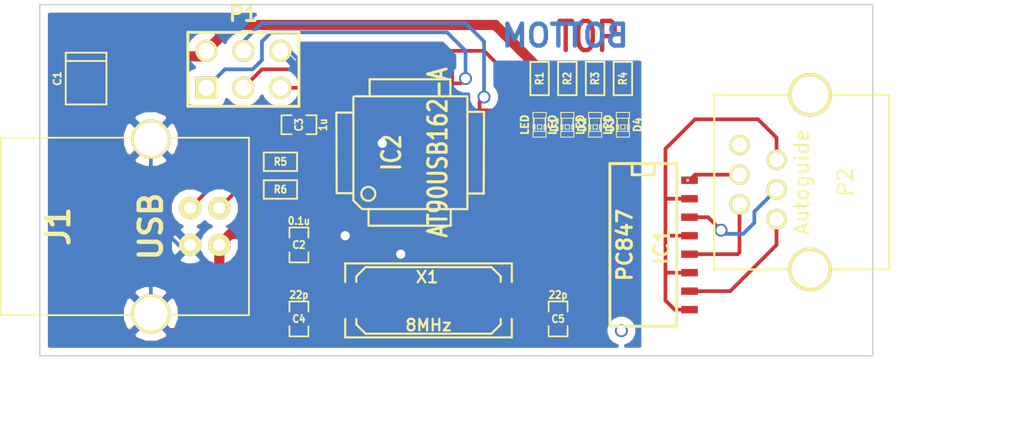
<source format=kicad_pcb>
(kicad_pcb (version 3) (host pcbnew "(2013-mar-30)-stable")

  (general
    (links 53)
    (no_connects 0)
    (area 146.875499 106.4514 221.359999 137.32)
    (thickness 1.6)
    (drawings 11)
    (tracks 194)
    (zones 0)
    (modules 21)
    (nets 31)
  )

  (page A3)
  (layers
    (15 F.Cu signal)
    (0 B.Cu signal)
    (16 B.Adhes user)
    (17 F.Adhes user)
    (18 B.Paste user)
    (19 F.Paste user)
    (20 B.SilkS user)
    (21 F.SilkS user)
    (22 B.Mask user)
    (23 F.Mask user)
    (24 Dwgs.User user)
    (25 Cmts.User user)
    (26 Eco1.User user)
    (27 Eco2.User user)
    (28 Edge.Cuts user)
  )

  (setup
    (last_trace_width 0.254)
    (trace_clearance 0.254)
    (zone_clearance 0.508)
    (zone_45_only no)
    (trace_min 0.254)
    (segment_width 0.2)
    (edge_width 0.1)
    (via_size 0.889)
    (via_drill 0.635)
    (via_min_size 0.889)
    (via_min_drill 0.508)
    (uvia_size 0.508)
    (uvia_drill 0.127)
    (uvias_allowed no)
    (uvia_min_size 0.508)
    (uvia_min_drill 0.127)
    (pcb_text_width 0.3)
    (pcb_text_size 1.5 1.5)
    (mod_edge_width 0.15)
    (mod_text_size 1 1)
    (mod_text_width 0.15)
    (pad_size 3 3)
    (pad_drill 2.5)
    (pad_to_mask_clearance 0)
    (aux_axis_origin 0 0)
    (visible_elements FFFFFFBF)
    (pcbplotparams
      (layerselection 281051137)
      (usegerberextensions true)
      (excludeedgelayer true)
      (linewidth 0)
      (plotframeref false)
      (viasonmask false)
      (mode 1)
      (useauxorigin false)
      (hpglpennumber 1)
      (hpglpenspeed 20)
      (hpglpendiameter 15)
      (hpglpenoverlay 2)
      (psnegative false)
      (psa4output false)
      (plotreference true)
      (plotvalue true)
      (plotothertext true)
      (plotinvisibletext false)
      (padsonsilk false)
      (subtractmaskfromsilk false)
      (outputformat 1)
      (mirror false)
      (drillshape 0)
      (scaleselection 1)
      (outputdirectory ""))
  )

  (net 0 "")
  (net 1 +5V)
  (net 2 GND)
  (net 3 N-0000010)
  (net 4 N-0000011)
  (net 5 N-0000012)
  (net 6 N-0000013)
  (net 7 N-0000014)
  (net 8 N-0000015)
  (net 9 N-0000016)
  (net 10 N-0000017)
  (net 11 N-0000018)
  (net 12 N-0000019)
  (net 13 N-0000020)
  (net 14 N-0000021)
  (net 15 N-0000022)
  (net 16 N-0000023)
  (net 17 N-0000024)
  (net 18 N-0000025)
  (net 19 N-0000026)
  (net 20 N-0000028)
  (net 21 N-0000029)
  (net 22 N-000003)
  (net 23 N-0000030)
  (net 24 N-000004)
  (net 25 N-0000044)
  (net 26 N-000005)
  (net 27 N-000006)
  (net 28 N-000007)
  (net 29 N-000008)
  (net 30 N-000009)

  (net_class Default "This is the default net class."
    (clearance 0.254)
    (trace_width 0.254)
    (via_dia 0.889)
    (via_drill 0.635)
    (uvia_dia 0.508)
    (uvia_drill 0.127)
    (add_net "")
    (add_net GND)
    (add_net N-0000010)
    (add_net N-0000011)
    (add_net N-0000012)
    (add_net N-0000013)
    (add_net N-0000014)
    (add_net N-0000015)
    (add_net N-0000016)
    (add_net N-0000017)
    (add_net N-0000018)
    (add_net N-0000019)
    (add_net N-0000020)
    (add_net N-0000021)
    (add_net N-0000022)
    (add_net N-0000023)
    (add_net N-0000024)
    (add_net N-0000025)
    (add_net N-0000026)
    (add_net N-0000028)
    (add_net N-0000029)
    (add_net N-000003)
    (add_net N-0000030)
    (add_net N-000004)
    (add_net N-0000044)
    (add_net N-000005)
    (add_net N-000006)
    (add_net N-000007)
    (add_net N-000008)
    (add_net N-000009)
  )

  (net_class 5V ""
    (clearance 0.254)
    (trace_width 0.5)
    (via_dia 0.889)
    (via_drill 0.635)
    (uvia_dia 0.508)
    (uvia_drill 0.127)
    (add_net +5V)
  )

  (module USB_B (layer F.Cu) (tedit 5447ED87) (tstamp 5446D8BA)
    (at 157.48 121.92 270)
    (tags USB)
    (path /544669F1)
    (fp_text reference J1 (at 0 6.35 270) (layer F.SilkS)
      (effects (font (size 1.524 1.524) (thickness 0.3048)))
    )
    (fp_text value USB (at 0 0 270) (layer F.SilkS)
      (effects (font (size 1.524 1.524) (thickness 0.3048)))
    )
    (fp_line (start -6.096 10.287) (end 6.096 10.287) (layer F.SilkS) (width 0.127))
    (fp_line (start 6.096 10.287) (end 6.096 -6.731) (layer F.SilkS) (width 0.127))
    (fp_line (start 6.096 -6.731) (end -6.096 -6.731) (layer F.SilkS) (width 0.127))
    (fp_line (start -6.096 -6.731) (end -6.096 10.287) (layer F.SilkS) (width 0.127))
    (pad 1 thru_hole circle (at 1.27 -4.699 270) (size 1.524 1.524) (drill 0.8128)
      (layers *.Cu *.Mask F.SilkS)
      (net 1 +5V)
    )
    (pad 2 thru_hole circle (at -1.27 -4.699 270) (size 1.524 1.524) (drill 0.8128)
      (layers *.Cu *.Mask F.SilkS)
      (net 28 N-000007)
    )
    (pad 3 thru_hole circle (at -1.27 -2.70002 270) (size 1.524 1.524) (drill 0.8128)
      (layers *.Cu *.Mask F.SilkS)
      (net 26 N-000005)
    )
    (pad 4 thru_hole circle (at 1.27 -2.70002 270) (size 1.524 1.524) (drill 0.8128)
      (layers *.Cu *.Mask F.SilkS)
      (net 2 GND)
    )
    (pad 5 thru_hole circle (at 5.99948 0 270) (size 2.70002 2.70002) (drill 2.30124)
      (layers *.Cu *.Mask F.SilkS)
      (net 2 GND)
    )
    (pad 6 thru_hole circle (at -5.99948 0 270) (size 2.70002 2.70002) (drill 2.30124)
      (layers *.Cu *.Mask F.SilkS)
      (net 2 GND)
    )
    (model connectors/USB_type_B.wrl
      (at (xyz 0 0 0.001))
      (scale (xyz 0.3937 0.3937 0.3937))
      (rotate (xyz 0 0 0))
    )
  )

  (module TQFP32 (layer F.Cu) (tedit 43A670DA) (tstamp 5446D8F0)
    (at 175.26 116.84 90)
    (path /54467322)
    (fp_text reference IC2 (at 0 -1.27 90) (layer F.SilkS)
      (effects (font (size 1.27 1.016) (thickness 0.2032)))
    )
    (fp_text value AT90USB162-A (at 0 1.905 90) (layer F.SilkS)
      (effects (font (size 1.27 1.016) (thickness 0.2032)))
    )
    (fp_line (start 5.0292 2.7686) (end 3.8862 2.7686) (layer F.SilkS) (width 0.1524))
    (fp_line (start 5.0292 -2.7686) (end 3.9116 -2.7686) (layer F.SilkS) (width 0.1524))
    (fp_line (start 5.0292 2.7686) (end 5.0292 -2.7686) (layer F.SilkS) (width 0.1524))
    (fp_line (start 2.794 3.9624) (end 2.794 5.0546) (layer F.SilkS) (width 0.1524))
    (fp_line (start -2.8194 3.9878) (end -2.8194 5.0546) (layer F.SilkS) (width 0.1524))
    (fp_line (start -2.8448 5.0546) (end 2.794 5.08) (layer F.SilkS) (width 0.1524))
    (fp_line (start -2.794 -5.0292) (end 2.7178 -5.0546) (layer F.SilkS) (width 0.1524))
    (fp_line (start -3.8862 -3.2766) (end -3.8862 3.9116) (layer F.SilkS) (width 0.1524))
    (fp_line (start 2.7432 -5.0292) (end 2.7432 -3.9878) (layer F.SilkS) (width 0.1524))
    (fp_line (start -3.2512 -3.8862) (end 3.81 -3.8862) (layer F.SilkS) (width 0.1524))
    (fp_line (start 3.8608 3.937) (end 3.8608 -3.7846) (layer F.SilkS) (width 0.1524))
    (fp_line (start -3.8862 3.937) (end 3.7338 3.937) (layer F.SilkS) (width 0.1524))
    (fp_line (start -5.0292 -2.8448) (end -5.0292 2.794) (layer F.SilkS) (width 0.1524))
    (fp_line (start -5.0292 2.794) (end -3.8862 2.794) (layer F.SilkS) (width 0.1524))
    (fp_line (start -3.87604 -3.302) (end -3.29184 -3.8862) (layer F.SilkS) (width 0.1524))
    (fp_line (start -5.02412 -2.8448) (end -3.87604 -2.8448) (layer F.SilkS) (width 0.1524))
    (fp_line (start -2.794 -3.8862) (end -2.794 -5.03428) (layer F.SilkS) (width 0.1524))
    (fp_circle (center -2.83972 -2.86004) (end -2.43332 -2.60604) (layer F.SilkS) (width 0.1524))
    (pad 8 smd rect (at -4.81584 2.77622 90) (size 1.99898 0.44958)
      (layers F.Cu F.Paste F.Mask)
      (net 6 N-0000013)
    )
    (pad 7 smd rect (at -4.81584 1.97612 90) (size 1.99898 0.44958)
      (layers F.Cu F.Paste F.Mask)
      (net 5 N-0000012)
    )
    (pad 6 smd rect (at -4.81584 1.17602 90) (size 1.99898 0.44958)
      (layers F.Cu F.Paste F.Mask)
      (net 29 N-000008)
    )
    (pad 5 smd rect (at -4.81584 0.37592 90) (size 1.99898 0.44958)
      (layers F.Cu F.Paste F.Mask)
    )
    (pad 4 smd rect (at -4.81584 -0.42418 90) (size 1.99898 0.44958)
      (layers F.Cu F.Paste F.Mask)
      (net 1 +5V)
    )
    (pad 3 smd rect (at -4.81584 -1.22428 90) (size 1.99898 0.44958)
      (layers F.Cu F.Paste F.Mask)
      (net 2 GND)
    )
    (pad 2 smd rect (at -4.81584 -2.02438 90) (size 1.99898 0.44958)
      (layers F.Cu F.Paste F.Mask)
      (net 9 N-0000016)
    )
    (pad 1 smd rect (at -4.81584 -2.82448 90) (size 1.99898 0.44958)
      (layers F.Cu F.Paste F.Mask)
      (net 8 N-0000015)
    )
    (pad 24 smd rect (at 4.7498 -2.8194 90) (size 1.99898 0.44958)
      (layers F.Cu F.Paste F.Mask)
      (net 4 N-0000011)
    )
    (pad 17 smd rect (at 4.7498 2.794 90) (size 1.99898 0.44958)
      (layers F.Cu F.Paste F.Mask)
      (net 10 N-0000017)
    )
    (pad 18 smd rect (at 4.7498 1.9812 90) (size 1.99898 0.44958)
      (layers F.Cu F.Paste F.Mask)
    )
    (pad 19 smd rect (at 4.7498 1.1684 90) (size 1.99898 0.44958)
      (layers F.Cu F.Paste F.Mask)
    )
    (pad 20 smd rect (at 4.7498 0.381 90) (size 1.99898 0.44958)
      (layers F.Cu F.Paste F.Mask)
    )
    (pad 21 smd rect (at 4.7498 -0.4318 90) (size 1.99898 0.44958)
      (layers F.Cu F.Paste F.Mask)
    )
    (pad 22 smd rect (at 4.7498 -1.2192 90) (size 1.99898 0.44958)
      (layers F.Cu F.Paste F.Mask)
    )
    (pad 23 smd rect (at 4.7498 -2.032 90) (size 1.99898 0.44958)
      (layers F.Cu F.Paste F.Mask)
    )
    (pad 32 smd rect (at -2.82448 -4.826 90) (size 0.44958 1.99898)
      (layers F.Cu F.Paste F.Mask)
      (net 1 +5V)
    )
    (pad 31 smd rect (at -2.02692 -4.826 90) (size 0.44958 1.99898)
      (layers F.Cu F.Paste F.Mask)
      (net 1 +5V)
    )
    (pad 30 smd rect (at -1.22428 -4.826 90) (size 0.44958 1.99898)
      (layers F.Cu F.Paste F.Mask)
      (net 27 N-000006)
    )
    (pad 29 smd rect (at -0.42672 -4.826 90) (size 0.44958 1.99898)
      (layers F.Cu F.Paste F.Mask)
      (net 24 N-000004)
    )
    (pad 28 smd rect (at 0.37592 -4.826 90) (size 0.44958 1.99898)
      (layers F.Cu F.Paste F.Mask)
      (net 2 GND)
    )
    (pad 27 smd rect (at 1.17348 -4.826 90) (size 0.44958 1.99898)
      (layers F.Cu F.Paste F.Mask)
      (net 22 N-000003)
    )
    (pad 26 smd rect (at 1.97612 -4.826 90) (size 0.44958 1.99898)
      (layers F.Cu F.Paste F.Mask)
    )
    (pad 25 smd rect (at 2.77368 -4.826 90) (size 0.44958 1.99898)
      (layers F.Cu F.Paste F.Mask)
    )
    (pad 9 smd rect (at -2.8194 4.7752 90) (size 0.44958 1.99898)
      (layers F.Cu F.Paste F.Mask)
      (net 7 N-0000014)
    )
    (pad 10 smd rect (at -2.032 4.7752 90) (size 0.44958 1.99898)
      (layers F.Cu F.Paste F.Mask)
    )
    (pad 11 smd rect (at -1.2192 4.7752 90) (size 0.44958 1.99898)
      (layers F.Cu F.Paste F.Mask)
    )
    (pad 12 smd rect (at -0.4318 4.7752 90) (size 0.44958 1.99898)
      (layers F.Cu F.Paste F.Mask)
    )
    (pad 13 smd rect (at 0.3556 4.7752 90) (size 0.44958 1.99898)
      (layers F.Cu F.Paste F.Mask)
    )
    (pad 14 smd rect (at 1.1684 4.7752 90) (size 0.44958 1.99898)
      (layers F.Cu F.Paste F.Mask)
    )
    (pad 15 smd rect (at 1.9812 4.7752 90) (size 0.44958 1.99898)
      (layers F.Cu F.Paste F.Mask)
      (net 30 N-000009)
    )
    (pad 16 smd rect (at 2.794 4.7752 90) (size 0.44958 1.99898)
      (layers F.Cu F.Paste F.Mask)
      (net 3 N-0000010)
    )
    (model smd/tqfp32.wrl
      (at (xyz 0 0 0))
      (scale (xyz 1 1 1))
      (rotate (xyz 0 0 0))
    )
  )

  (module SM0603_Capa (layer F.Cu) (tedit 5051B1EC) (tstamp 5446D8FC)
    (at 185.42 128.27 270)
    (path /5446D545)
    (attr smd)
    (fp_text reference C5 (at 0 0 360) (layer F.SilkS)
      (effects (font (size 0.508 0.4572) (thickness 0.1143)))
    )
    (fp_text value 22p (at -1.651 0 360) (layer F.SilkS)
      (effects (font (size 0.508 0.4572) (thickness 0.1143)))
    )
    (fp_line (start 0.50038 0.65024) (end 1.19888 0.65024) (layer F.SilkS) (width 0.11938))
    (fp_line (start -0.50038 0.65024) (end -1.19888 0.65024) (layer F.SilkS) (width 0.11938))
    (fp_line (start 0.50038 -0.65024) (end 1.19888 -0.65024) (layer F.SilkS) (width 0.11938))
    (fp_line (start -1.19888 -0.65024) (end -0.50038 -0.65024) (layer F.SilkS) (width 0.11938))
    (fp_line (start 1.19888 -0.635) (end 1.19888 0.635) (layer F.SilkS) (width 0.11938))
    (fp_line (start -1.19888 0.635) (end -1.19888 -0.635) (layer F.SilkS) (width 0.11938))
    (pad 1 smd rect (at -0.762 0 270) (size 0.635 1.143)
      (layers F.Cu F.Paste F.Mask)
      (net 9 N-0000016)
    )
    (pad 2 smd rect (at 0.762 0 270) (size 0.635 1.143)
      (layers F.Cu F.Paste F.Mask)
      (net 2 GND)
    )
    (model smd\capacitors\C0603.wrl
      (at (xyz 0 0 0.001))
      (scale (xyz 0.5 0.5 0.5))
      (rotate (xyz 0 0 0))
    )
  )

  (module SM0603_Capa (layer F.Cu) (tedit 5051B1EC) (tstamp 5446D908)
    (at 167.64 128.27 270)
    (path /5446D536)
    (attr smd)
    (fp_text reference C4 (at 0 0 360) (layer F.SilkS)
      (effects (font (size 0.508 0.4572) (thickness 0.1143)))
    )
    (fp_text value 22p (at -1.651 0 360) (layer F.SilkS)
      (effects (font (size 0.508 0.4572) (thickness 0.1143)))
    )
    (fp_line (start 0.50038 0.65024) (end 1.19888 0.65024) (layer F.SilkS) (width 0.11938))
    (fp_line (start -0.50038 0.65024) (end -1.19888 0.65024) (layer F.SilkS) (width 0.11938))
    (fp_line (start 0.50038 -0.65024) (end 1.19888 -0.65024) (layer F.SilkS) (width 0.11938))
    (fp_line (start -1.19888 -0.65024) (end -0.50038 -0.65024) (layer F.SilkS) (width 0.11938))
    (fp_line (start 1.19888 -0.635) (end 1.19888 0.635) (layer F.SilkS) (width 0.11938))
    (fp_line (start -1.19888 0.635) (end -1.19888 -0.635) (layer F.SilkS) (width 0.11938))
    (pad 1 smd rect (at -0.762 0 270) (size 0.635 1.143)
      (layers F.Cu F.Paste F.Mask)
      (net 8 N-0000015)
    )
    (pad 2 smd rect (at 0.762 0 270) (size 0.635 1.143)
      (layers F.Cu F.Paste F.Mask)
      (net 2 GND)
    )
    (model smd\capacitors\C0603.wrl
      (at (xyz 0 0 0.001))
      (scale (xyz 0.5 0.5 0.5))
      (rotate (xyz 0 0 0))
    )
  )

  (module SM0603_Capa (layer F.Cu) (tedit 5051B1EC) (tstamp 5446D914)
    (at 167.64 123.19 270)
    (path /544674BC)
    (attr smd)
    (fp_text reference C2 (at 0 0 360) (layer F.SilkS)
      (effects (font (size 0.508 0.4572) (thickness 0.1143)))
    )
    (fp_text value 0.1u (at -1.651 0 360) (layer F.SilkS)
      (effects (font (size 0.508 0.4572) (thickness 0.1143)))
    )
    (fp_line (start 0.50038 0.65024) (end 1.19888 0.65024) (layer F.SilkS) (width 0.11938))
    (fp_line (start -0.50038 0.65024) (end -1.19888 0.65024) (layer F.SilkS) (width 0.11938))
    (fp_line (start 0.50038 -0.65024) (end 1.19888 -0.65024) (layer F.SilkS) (width 0.11938))
    (fp_line (start -1.19888 -0.65024) (end -0.50038 -0.65024) (layer F.SilkS) (width 0.11938))
    (fp_line (start 1.19888 -0.635) (end 1.19888 0.635) (layer F.SilkS) (width 0.11938))
    (fp_line (start -1.19888 0.635) (end -1.19888 -0.635) (layer F.SilkS) (width 0.11938))
    (pad 1 smd rect (at -0.762 0 270) (size 0.635 1.143)
      (layers F.Cu F.Paste F.Mask)
      (net 1 +5V)
    )
    (pad 2 smd rect (at 0.762 0 270) (size 0.635 1.143)
      (layers F.Cu F.Paste F.Mask)
      (net 2 GND)
    )
    (model smd\capacitors\C0603.wrl
      (at (xyz 0 0 0.001))
      (scale (xyz 0.5 0.5 0.5))
      (rotate (xyz 0 0 0))
    )
  )

  (module SM0603 (layer F.Cu) (tedit 4E43A3D1) (tstamp 5446D91E)
    (at 166.37 119.38 180)
    (path /544677CE)
    (attr smd)
    (fp_text reference R6 (at 0 0 180) (layer F.SilkS)
      (effects (font (size 0.508 0.4572) (thickness 0.1143)))
    )
    (fp_text value 22 (at 0 0 180) (layer F.SilkS) hide
      (effects (font (size 0.508 0.4572) (thickness 0.1143)))
    )
    (fp_line (start -1.143 -0.635) (end 1.143 -0.635) (layer F.SilkS) (width 0.127))
    (fp_line (start 1.143 -0.635) (end 1.143 0.635) (layer F.SilkS) (width 0.127))
    (fp_line (start 1.143 0.635) (end -1.143 0.635) (layer F.SilkS) (width 0.127))
    (fp_line (start -1.143 0.635) (end -1.143 -0.635) (layer F.SilkS) (width 0.127))
    (pad 1 smd rect (at -0.762 0 180) (size 0.635 1.143)
      (layers F.Cu F.Paste F.Mask)
      (net 27 N-000006)
    )
    (pad 2 smd rect (at 0.762 0 180) (size 0.635 1.143)
      (layers F.Cu F.Paste F.Mask)
      (net 28 N-000007)
    )
    (model smd\resistors\R0603.wrl
      (at (xyz 0 0 0.001))
      (scale (xyz 0.5 0.5 0.5))
      (rotate (xyz 0 0 0))
    )
  )

  (module SM0603 (layer F.Cu) (tedit 4E43A3D1) (tstamp 5446D928)
    (at 166.37 117.475 180)
    (path /544677BF)
    (attr smd)
    (fp_text reference R5 (at 0 0 180) (layer F.SilkS)
      (effects (font (size 0.508 0.4572) (thickness 0.1143)))
    )
    (fp_text value 22 (at 0 0 180) (layer F.SilkS) hide
      (effects (font (size 0.508 0.4572) (thickness 0.1143)))
    )
    (fp_line (start -1.143 -0.635) (end 1.143 -0.635) (layer F.SilkS) (width 0.127))
    (fp_line (start 1.143 -0.635) (end 1.143 0.635) (layer F.SilkS) (width 0.127))
    (fp_line (start 1.143 0.635) (end -1.143 0.635) (layer F.SilkS) (width 0.127))
    (fp_line (start -1.143 0.635) (end -1.143 -0.635) (layer F.SilkS) (width 0.127))
    (pad 1 smd rect (at -0.762 0 180) (size 0.635 1.143)
      (layers F.Cu F.Paste F.Mask)
      (net 24 N-000004)
    )
    (pad 2 smd rect (at 0.762 0 180) (size 0.635 1.143)
      (layers F.Cu F.Paste F.Mask)
      (net 26 N-000005)
    )
    (model smd\resistors\R0603.wrl
      (at (xyz 0 0 0.001))
      (scale (xyz 0.5 0.5 0.5))
      (rotate (xyz 0 0 0))
    )
  )

  (module SM0603 (layer F.Cu) (tedit 4E43A3D1) (tstamp 5446D932)
    (at 189.865 111.76 270)
    (path /54466A70)
    (attr smd)
    (fp_text reference R4 (at 0 0 270) (layer F.SilkS)
      (effects (font (size 0.508 0.4572) (thickness 0.1143)))
    )
    (fp_text value 390 (at 0 0 270) (layer F.SilkS) hide
      (effects (font (size 0.508 0.4572) (thickness 0.1143)))
    )
    (fp_line (start -1.143 -0.635) (end 1.143 -0.635) (layer F.SilkS) (width 0.127))
    (fp_line (start 1.143 -0.635) (end 1.143 0.635) (layer F.SilkS) (width 0.127))
    (fp_line (start 1.143 0.635) (end -1.143 0.635) (layer F.SilkS) (width 0.127))
    (fp_line (start -1.143 0.635) (end -1.143 -0.635) (layer F.SilkS) (width 0.127))
    (pad 1 smd rect (at -0.762 0 270) (size 0.635 1.143)
      (layers F.Cu F.Paste F.Mask)
      (net 1 +5V)
    )
    (pad 2 smd rect (at 0.762 0 270) (size 0.635 1.143)
      (layers F.Cu F.Paste F.Mask)
      (net 12 N-0000019)
    )
    (model smd\resistors\R0603.wrl
      (at (xyz 0 0 0.001))
      (scale (xyz 0.5 0.5 0.5))
      (rotate (xyz 0 0 0))
    )
  )

  (module SM0603 (layer F.Cu) (tedit 4E43A3D1) (tstamp 5446D93C)
    (at 187.96 111.76 270)
    (path /54466A69)
    (attr smd)
    (fp_text reference R3 (at 0 0 270) (layer F.SilkS)
      (effects (font (size 0.508 0.4572) (thickness 0.1143)))
    )
    (fp_text value 390 (at 0 0 270) (layer F.SilkS) hide
      (effects (font (size 0.508 0.4572) (thickness 0.1143)))
    )
    (fp_line (start -1.143 -0.635) (end 1.143 -0.635) (layer F.SilkS) (width 0.127))
    (fp_line (start 1.143 -0.635) (end 1.143 0.635) (layer F.SilkS) (width 0.127))
    (fp_line (start 1.143 0.635) (end -1.143 0.635) (layer F.SilkS) (width 0.127))
    (fp_line (start -1.143 0.635) (end -1.143 -0.635) (layer F.SilkS) (width 0.127))
    (pad 1 smd rect (at -0.762 0 270) (size 0.635 1.143)
      (layers F.Cu F.Paste F.Mask)
      (net 1 +5V)
    )
    (pad 2 smd rect (at 0.762 0 270) (size 0.635 1.143)
      (layers F.Cu F.Paste F.Mask)
      (net 23 N-0000030)
    )
    (model smd\resistors\R0603.wrl
      (at (xyz 0 0 0.001))
      (scale (xyz 0.5 0.5 0.5))
      (rotate (xyz 0 0 0))
    )
  )

  (module SM0603 (layer F.Cu) (tedit 4E43A3D1) (tstamp 5446D946)
    (at 186.055 111.76 270)
    (path /54466A5F)
    (attr smd)
    (fp_text reference R2 (at 0 0 270) (layer F.SilkS)
      (effects (font (size 0.508 0.4572) (thickness 0.1143)))
    )
    (fp_text value 390 (at 0 0 270) (layer F.SilkS) hide
      (effects (font (size 0.508 0.4572) (thickness 0.1143)))
    )
    (fp_line (start -1.143 -0.635) (end 1.143 -0.635) (layer F.SilkS) (width 0.127))
    (fp_line (start 1.143 -0.635) (end 1.143 0.635) (layer F.SilkS) (width 0.127))
    (fp_line (start 1.143 0.635) (end -1.143 0.635) (layer F.SilkS) (width 0.127))
    (fp_line (start -1.143 0.635) (end -1.143 -0.635) (layer F.SilkS) (width 0.127))
    (pad 1 smd rect (at -0.762 0 270) (size 0.635 1.143)
      (layers F.Cu F.Paste F.Mask)
      (net 1 +5V)
    )
    (pad 2 smd rect (at 0.762 0 270) (size 0.635 1.143)
      (layers F.Cu F.Paste F.Mask)
      (net 21 N-0000029)
    )
    (model smd\resistors\R0603.wrl
      (at (xyz 0 0 0.001))
      (scale (xyz 0.5 0.5 0.5))
      (rotate (xyz 0 0 0))
    )
  )

  (module SM0603 (layer F.Cu) (tedit 4E43A3D1) (tstamp 5446D950)
    (at 184.15 111.76 270)
    (path /54466A4D)
    (attr smd)
    (fp_text reference R1 (at 0 0 270) (layer F.SilkS)
      (effects (font (size 0.508 0.4572) (thickness 0.1143)))
    )
    (fp_text value 390 (at 0 0 270) (layer F.SilkS) hide
      (effects (font (size 0.508 0.4572) (thickness 0.1143)))
    )
    (fp_line (start -1.143 -0.635) (end 1.143 -0.635) (layer F.SilkS) (width 0.127))
    (fp_line (start 1.143 -0.635) (end 1.143 0.635) (layer F.SilkS) (width 0.127))
    (fp_line (start 1.143 0.635) (end -1.143 0.635) (layer F.SilkS) (width 0.127))
    (fp_line (start -1.143 0.635) (end -1.143 -0.635) (layer F.SilkS) (width 0.127))
    (pad 1 smd rect (at -0.762 0 270) (size 0.635 1.143)
      (layers F.Cu F.Paste F.Mask)
      (net 1 +5V)
    )
    (pad 2 smd rect (at 0.762 0 270) (size 0.635 1.143)
      (layers F.Cu F.Paste F.Mask)
      (net 20 N-0000028)
    )
    (model smd\resistors\R0603.wrl
      (at (xyz 0 0 0.001))
      (scale (xyz 0.5 0.5 0.5))
      (rotate (xyz 0 0 0))
    )
  )

  (module pin_array_3x2 (layer F.Cu) (tedit 54493CC3) (tstamp 5446D95E)
    (at 163.83 111.125)
    (descr "Double rangee de contacts 2 x 4 pins")
    (tags CONN)
    (path /54467369)
    (fp_text reference P1 (at 0 -3.81) (layer F.SilkS)
      (effects (font (size 1.016 1.016) (thickness 0.2032)))
    )
    (fp_text value ISP (at 0 3.81) (layer F.SilkS) hide
      (effects (font (size 1.016 1.016) (thickness 0.2032)))
    )
    (fp_line (start 3.81 2.54) (end -3.81 2.54) (layer F.SilkS) (width 0.2032))
    (fp_line (start -3.81 -2.54) (end 3.81 -2.54) (layer F.SilkS) (width 0.2032))
    (fp_line (start 3.81 -2.54) (end 3.81 2.54) (layer F.SilkS) (width 0.2032))
    (fp_line (start -3.81 2.54) (end -3.81 -2.54) (layer F.SilkS) (width 0.2032))
    (pad 1 thru_hole rect (at -2.54 1.27) (size 1.524 1.524) (drill 1.1)
      (layers *.Cu *.Mask F.SilkS)
      (net 10 N-0000017)
    )
    (pad 2 thru_hole circle (at -2.54 -1.27) (size 1.524 1.524) (drill 1.1)
      (layers *.Cu *.Mask F.SilkS)
      (net 1 +5V)
    )
    (pad 3 thru_hole circle (at 0 1.27) (size 1.524 1.524) (drill 1.1)
      (layers *.Cu *.Mask F.SilkS)
      (net 30 N-000009)
    )
    (pad 4 thru_hole circle (at 0 -1.27) (size 1.524 1.524) (drill 1.1)
      (layers *.Cu *.Mask F.SilkS)
      (net 3 N-0000010)
    )
    (pad 5 thru_hole circle (at 2.54 1.27) (size 1.524 1.524) (drill 1.1)
      (layers *.Cu *.Mask F.SilkS)
      (net 4 N-0000011)
    )
    (pad 6 thru_hole circle (at 2.54 -1.27) (size 1.524 1.524) (drill 1.1)
      (layers *.Cu *.Mask F.SilkS)
      (net 2 GND)
    )
    (model pin_array/pins_array_3x2.wrl
      (at (xyz 0 0 0))
      (scale (xyz 1 1 1))
      (rotate (xyz 0 0 0))
    )
  )

  (module LED-0603 (layer F.Cu) (tedit 4E16AFB4) (tstamp 5446D97A)
    (at 189.865 114.935 270)
    (descr "LED 0603 smd package")
    (tags "LED led 0603 SMD smd SMT smt smdled SMDLED smtled SMTLED")
    (path /54466A45)
    (attr smd)
    (fp_text reference D4 (at 0 -1.016 270) (layer F.SilkS)
      (effects (font (size 0.508 0.508) (thickness 0.127)))
    )
    (fp_text value LED (at 0 1.016 270) (layer F.SilkS)
      (effects (font (size 0.508 0.508) (thickness 0.127)))
    )
    (fp_line (start 0.44958 -0.44958) (end 0.44958 0.44958) (layer F.SilkS) (width 0.06604))
    (fp_line (start 0.44958 0.44958) (end 0.84836 0.44958) (layer F.SilkS) (width 0.06604))
    (fp_line (start 0.84836 -0.44958) (end 0.84836 0.44958) (layer F.SilkS) (width 0.06604))
    (fp_line (start 0.44958 -0.44958) (end 0.84836 -0.44958) (layer F.SilkS) (width 0.06604))
    (fp_line (start -0.84836 -0.44958) (end -0.84836 0.44958) (layer F.SilkS) (width 0.06604))
    (fp_line (start -0.84836 0.44958) (end -0.44958 0.44958) (layer F.SilkS) (width 0.06604))
    (fp_line (start -0.44958 -0.44958) (end -0.44958 0.44958) (layer F.SilkS) (width 0.06604))
    (fp_line (start -0.84836 -0.44958) (end -0.44958 -0.44958) (layer F.SilkS) (width 0.06604))
    (fp_line (start 0 -0.44958) (end 0 -0.29972) (layer F.SilkS) (width 0.06604))
    (fp_line (start 0 -0.29972) (end 0.29972 -0.29972) (layer F.SilkS) (width 0.06604))
    (fp_line (start 0.29972 -0.44958) (end 0.29972 -0.29972) (layer F.SilkS) (width 0.06604))
    (fp_line (start 0 -0.44958) (end 0.29972 -0.44958) (layer F.SilkS) (width 0.06604))
    (fp_line (start 0 0.29972) (end 0 0.44958) (layer F.SilkS) (width 0.06604))
    (fp_line (start 0 0.44958) (end 0.29972 0.44958) (layer F.SilkS) (width 0.06604))
    (fp_line (start 0.29972 0.29972) (end 0.29972 0.44958) (layer F.SilkS) (width 0.06604))
    (fp_line (start 0 0.29972) (end 0.29972 0.29972) (layer F.SilkS) (width 0.06604))
    (fp_line (start 0 -0.14986) (end 0 0.14986) (layer F.SilkS) (width 0.06604))
    (fp_line (start 0 0.14986) (end 0.29972 0.14986) (layer F.SilkS) (width 0.06604))
    (fp_line (start 0.29972 -0.14986) (end 0.29972 0.14986) (layer F.SilkS) (width 0.06604))
    (fp_line (start 0 -0.14986) (end 0.29972 -0.14986) (layer F.SilkS) (width 0.06604))
    (fp_line (start 0.44958 -0.39878) (end -0.44958 -0.39878) (layer F.SilkS) (width 0.1016))
    (fp_line (start 0.44958 0.39878) (end -0.44958 0.39878) (layer F.SilkS) (width 0.1016))
    (pad 1 smd rect (at -0.7493 0 270) (size 0.79756 0.79756)
      (layers F.Cu F.Paste F.Mask)
      (net 12 N-0000019)
    )
    (pad 2 smd rect (at 0.7493 0 270) (size 0.79756 0.79756)
      (layers F.Cu F.Paste F.Mask)
      (net 13 N-0000020)
    )
  )

  (module LED-0603 (layer F.Cu) (tedit 4E16AFB4) (tstamp 5446D996)
    (at 187.96 114.935 270)
    (descr "LED 0603 smd package")
    (tags "LED led 0603 SMD smd SMT smt smdled SMDLED smtled SMTLED")
    (path /54466A3F)
    (attr smd)
    (fp_text reference D3 (at 0 -1.016 270) (layer F.SilkS)
      (effects (font (size 0.508 0.508) (thickness 0.127)))
    )
    (fp_text value LED (at 0 1.016 270) (layer F.SilkS)
      (effects (font (size 0.508 0.508) (thickness 0.127)))
    )
    (fp_line (start 0.44958 -0.44958) (end 0.44958 0.44958) (layer F.SilkS) (width 0.06604))
    (fp_line (start 0.44958 0.44958) (end 0.84836 0.44958) (layer F.SilkS) (width 0.06604))
    (fp_line (start 0.84836 -0.44958) (end 0.84836 0.44958) (layer F.SilkS) (width 0.06604))
    (fp_line (start 0.44958 -0.44958) (end 0.84836 -0.44958) (layer F.SilkS) (width 0.06604))
    (fp_line (start -0.84836 -0.44958) (end -0.84836 0.44958) (layer F.SilkS) (width 0.06604))
    (fp_line (start -0.84836 0.44958) (end -0.44958 0.44958) (layer F.SilkS) (width 0.06604))
    (fp_line (start -0.44958 -0.44958) (end -0.44958 0.44958) (layer F.SilkS) (width 0.06604))
    (fp_line (start -0.84836 -0.44958) (end -0.44958 -0.44958) (layer F.SilkS) (width 0.06604))
    (fp_line (start 0 -0.44958) (end 0 -0.29972) (layer F.SilkS) (width 0.06604))
    (fp_line (start 0 -0.29972) (end 0.29972 -0.29972) (layer F.SilkS) (width 0.06604))
    (fp_line (start 0.29972 -0.44958) (end 0.29972 -0.29972) (layer F.SilkS) (width 0.06604))
    (fp_line (start 0 -0.44958) (end 0.29972 -0.44958) (layer F.SilkS) (width 0.06604))
    (fp_line (start 0 0.29972) (end 0 0.44958) (layer F.SilkS) (width 0.06604))
    (fp_line (start 0 0.44958) (end 0.29972 0.44958) (layer F.SilkS) (width 0.06604))
    (fp_line (start 0.29972 0.29972) (end 0.29972 0.44958) (layer F.SilkS) (width 0.06604))
    (fp_line (start 0 0.29972) (end 0.29972 0.29972) (layer F.SilkS) (width 0.06604))
    (fp_line (start 0 -0.14986) (end 0 0.14986) (layer F.SilkS) (width 0.06604))
    (fp_line (start 0 0.14986) (end 0.29972 0.14986) (layer F.SilkS) (width 0.06604))
    (fp_line (start 0.29972 -0.14986) (end 0.29972 0.14986) (layer F.SilkS) (width 0.06604))
    (fp_line (start 0 -0.14986) (end 0.29972 -0.14986) (layer F.SilkS) (width 0.06604))
    (fp_line (start 0.44958 -0.39878) (end -0.44958 -0.39878) (layer F.SilkS) (width 0.1016))
    (fp_line (start 0.44958 0.39878) (end -0.44958 0.39878) (layer F.SilkS) (width 0.1016))
    (pad 1 smd rect (at -0.7493 0 270) (size 0.79756 0.79756)
      (layers F.Cu F.Paste F.Mask)
      (net 23 N-0000030)
    )
    (pad 2 smd rect (at 0.7493 0 270) (size 0.79756 0.79756)
      (layers F.Cu F.Paste F.Mask)
      (net 16 N-0000023)
    )
  )

  (module LED-0603 (layer F.Cu) (tedit 4E16AFB4) (tstamp 5446D9B2)
    (at 186.055 114.935 270)
    (descr "LED 0603 smd package")
    (tags "LED led 0603 SMD smd SMT smt smdled SMDLED smtled SMTLED")
    (path /54466A39)
    (attr smd)
    (fp_text reference D2 (at 0 -1.016 270) (layer F.SilkS)
      (effects (font (size 0.508 0.508) (thickness 0.127)))
    )
    (fp_text value LED (at 0 1.016 270) (layer F.SilkS)
      (effects (font (size 0.508 0.508) (thickness 0.127)))
    )
    (fp_line (start 0.44958 -0.44958) (end 0.44958 0.44958) (layer F.SilkS) (width 0.06604))
    (fp_line (start 0.44958 0.44958) (end 0.84836 0.44958) (layer F.SilkS) (width 0.06604))
    (fp_line (start 0.84836 -0.44958) (end 0.84836 0.44958) (layer F.SilkS) (width 0.06604))
    (fp_line (start 0.44958 -0.44958) (end 0.84836 -0.44958) (layer F.SilkS) (width 0.06604))
    (fp_line (start -0.84836 -0.44958) (end -0.84836 0.44958) (layer F.SilkS) (width 0.06604))
    (fp_line (start -0.84836 0.44958) (end -0.44958 0.44958) (layer F.SilkS) (width 0.06604))
    (fp_line (start -0.44958 -0.44958) (end -0.44958 0.44958) (layer F.SilkS) (width 0.06604))
    (fp_line (start -0.84836 -0.44958) (end -0.44958 -0.44958) (layer F.SilkS) (width 0.06604))
    (fp_line (start 0 -0.44958) (end 0 -0.29972) (layer F.SilkS) (width 0.06604))
    (fp_line (start 0 -0.29972) (end 0.29972 -0.29972) (layer F.SilkS) (width 0.06604))
    (fp_line (start 0.29972 -0.44958) (end 0.29972 -0.29972) (layer F.SilkS) (width 0.06604))
    (fp_line (start 0 -0.44958) (end 0.29972 -0.44958) (layer F.SilkS) (width 0.06604))
    (fp_line (start 0 0.29972) (end 0 0.44958) (layer F.SilkS) (width 0.06604))
    (fp_line (start 0 0.44958) (end 0.29972 0.44958) (layer F.SilkS) (width 0.06604))
    (fp_line (start 0.29972 0.29972) (end 0.29972 0.44958) (layer F.SilkS) (width 0.06604))
    (fp_line (start 0 0.29972) (end 0.29972 0.29972) (layer F.SilkS) (width 0.06604))
    (fp_line (start 0 -0.14986) (end 0 0.14986) (layer F.SilkS) (width 0.06604))
    (fp_line (start 0 0.14986) (end 0.29972 0.14986) (layer F.SilkS) (width 0.06604))
    (fp_line (start 0.29972 -0.14986) (end 0.29972 0.14986) (layer F.SilkS) (width 0.06604))
    (fp_line (start 0 -0.14986) (end 0.29972 -0.14986) (layer F.SilkS) (width 0.06604))
    (fp_line (start 0.44958 -0.39878) (end -0.44958 -0.39878) (layer F.SilkS) (width 0.1016))
    (fp_line (start 0.44958 0.39878) (end -0.44958 0.39878) (layer F.SilkS) (width 0.1016))
    (pad 1 smd rect (at -0.7493 0 270) (size 0.79756 0.79756)
      (layers F.Cu F.Paste F.Mask)
      (net 21 N-0000029)
    )
    (pad 2 smd rect (at 0.7493 0 270) (size 0.79756 0.79756)
      (layers F.Cu F.Paste F.Mask)
      (net 11 N-0000018)
    )
  )

  (module LED-0603 (layer F.Cu) (tedit 4E16AFB4) (tstamp 5446D9CE)
    (at 184.15 114.935 270)
    (descr "LED 0603 smd package")
    (tags "LED led 0603 SMD smd SMT smt smdled SMDLED smtled SMTLED")
    (path /54466A21)
    (attr smd)
    (fp_text reference D1 (at 0 -1.016 270) (layer F.SilkS)
      (effects (font (size 0.508 0.508) (thickness 0.127)))
    )
    (fp_text value LED (at 0 1.016 270) (layer F.SilkS)
      (effects (font (size 0.508 0.508) (thickness 0.127)))
    )
    (fp_line (start 0.44958 -0.44958) (end 0.44958 0.44958) (layer F.SilkS) (width 0.06604))
    (fp_line (start 0.44958 0.44958) (end 0.84836 0.44958) (layer F.SilkS) (width 0.06604))
    (fp_line (start 0.84836 -0.44958) (end 0.84836 0.44958) (layer F.SilkS) (width 0.06604))
    (fp_line (start 0.44958 -0.44958) (end 0.84836 -0.44958) (layer F.SilkS) (width 0.06604))
    (fp_line (start -0.84836 -0.44958) (end -0.84836 0.44958) (layer F.SilkS) (width 0.06604))
    (fp_line (start -0.84836 0.44958) (end -0.44958 0.44958) (layer F.SilkS) (width 0.06604))
    (fp_line (start -0.44958 -0.44958) (end -0.44958 0.44958) (layer F.SilkS) (width 0.06604))
    (fp_line (start -0.84836 -0.44958) (end -0.44958 -0.44958) (layer F.SilkS) (width 0.06604))
    (fp_line (start 0 -0.44958) (end 0 -0.29972) (layer F.SilkS) (width 0.06604))
    (fp_line (start 0 -0.29972) (end 0.29972 -0.29972) (layer F.SilkS) (width 0.06604))
    (fp_line (start 0.29972 -0.44958) (end 0.29972 -0.29972) (layer F.SilkS) (width 0.06604))
    (fp_line (start 0 -0.44958) (end 0.29972 -0.44958) (layer F.SilkS) (width 0.06604))
    (fp_line (start 0 0.29972) (end 0 0.44958) (layer F.SilkS) (width 0.06604))
    (fp_line (start 0 0.44958) (end 0.29972 0.44958) (layer F.SilkS) (width 0.06604))
    (fp_line (start 0.29972 0.29972) (end 0.29972 0.44958) (layer F.SilkS) (width 0.06604))
    (fp_line (start 0 0.29972) (end 0.29972 0.29972) (layer F.SilkS) (width 0.06604))
    (fp_line (start 0 -0.14986) (end 0 0.14986) (layer F.SilkS) (width 0.06604))
    (fp_line (start 0 0.14986) (end 0.29972 0.14986) (layer F.SilkS) (width 0.06604))
    (fp_line (start 0.29972 -0.14986) (end 0.29972 0.14986) (layer F.SilkS) (width 0.06604))
    (fp_line (start 0 -0.14986) (end 0.29972 -0.14986) (layer F.SilkS) (width 0.06604))
    (fp_line (start 0.44958 -0.39878) (end -0.44958 -0.39878) (layer F.SilkS) (width 0.1016))
    (fp_line (start 0.44958 0.39878) (end -0.44958 0.39878) (layer F.SilkS) (width 0.1016))
    (pad 1 smd rect (at -0.7493 0 270) (size 0.79756 0.79756)
      (layers F.Cu F.Paste F.Mask)
      (net 20 N-0000028)
    )
    (pad 2 smd rect (at 0.7493 0 270) (size 0.79756 0.79756)
      (layers F.Cu F.Paste F.Mask)
      (net 18 N-0000025)
    )
  )

  (module Q_49U3HMS (layer F.Cu) (tedit 511CC0BB) (tstamp 5446E4BE)
    (at 176.53 127)
    (path /5446D478)
    (fp_text reference X1 (at -0.1 -1.6) (layer F.SilkS)
      (effects (font (size 0.8 0.8) (thickness 0.15)))
    )
    (fp_text value 8MHz (at 0 1.7) (layer F.SilkS)
      (effects (font (size 0.8 0.8) (thickness 0.15)))
    )
    (fp_line (start -4.953 -1.651) (end -4.953 -1.27) (layer F.SilkS) (width 0.15))
    (fp_line (start -4.953 1.651) (end -4.953 1.27) (layer F.SilkS) (width 0.15))
    (fp_line (start 4.953 1.651) (end 4.953 1.27) (layer F.SilkS) (width 0.15))
    (fp_line (start 4.953 -1.651) (end 4.953 -1.27) (layer F.SilkS) (width 0.15))
    (fp_line (start 5.715 -2.54) (end 5.715 -1.27) (layer F.SilkS) (width 0.15))
    (fp_line (start 5.715 2.54) (end 5.715 1.27) (layer F.SilkS) (width 0.15))
    (fp_line (start -5.715 2.54) (end -5.715 1.27) (layer F.SilkS) (width 0.15))
    (fp_line (start -5.715 -2.54) (end -5.715 -1.27) (layer F.SilkS) (width 0.15))
    (fp_line (start -4.953 1.651) (end -4.318 2.286) (layer F.SilkS) (width 0.15))
    (fp_line (start -4.318 2.286) (end 4.318 2.286) (layer F.SilkS) (width 0.15))
    (fp_line (start 4.318 2.286) (end 4.953 1.651) (layer F.SilkS) (width 0.15))
    (fp_line (start 4.953 -1.651) (end 4.318 -2.286) (layer F.SilkS) (width 0.15))
    (fp_line (start 4.318 -2.286) (end -4.318 -2.286) (layer F.SilkS) (width 0.15))
    (fp_line (start -4.318 -2.286) (end -4.953 -1.651) (layer F.SilkS) (width 0.15))
    (fp_line (start 5.715 2.54) (end -5.715 2.54) (layer F.SilkS) (width 0.15))
    (fp_line (start -5.715 -2.54) (end 5.715 -2.54) (layer F.SilkS) (width 0.15))
    (pad 1 smd rect (at -4.699 0) (size 5.4991 1.99898)
      (layers F.Cu F.Paste F.Mask)
      (net 8 N-0000015)
    )
    (pad 2 smd rect (at 4.699 0) (size 5.4991 1.99898)
      (layers F.Cu F.Paste F.Mask)
      (net 9 N-0000016)
    )
    (model smd/smd_crystal&oscillator/crystal_hc-49-smd.wrl
      (at (xyz 0 0 0))
      (scale (xyz 1 1 1))
      (rotate (xyz 0 0 0))
    )
  )

  (module SM0603_Capa (layer F.Cu) (tedit 5051B1EC) (tstamp 5447EBED)
    (at 167.64 114.935 180)
    (path /5446769E)
    (attr smd)
    (fp_text reference C3 (at 0 0 270) (layer F.SilkS)
      (effects (font (size 0.508 0.4572) (thickness 0.1143)))
    )
    (fp_text value 1u (at -1.651 0 270) (layer F.SilkS)
      (effects (font (size 0.508 0.4572) (thickness 0.1143)))
    )
    (fp_line (start 0.50038 0.65024) (end 1.19888 0.65024) (layer F.SilkS) (width 0.11938))
    (fp_line (start -0.50038 0.65024) (end -1.19888 0.65024) (layer F.SilkS) (width 0.11938))
    (fp_line (start 0.50038 -0.65024) (end 1.19888 -0.65024) (layer F.SilkS) (width 0.11938))
    (fp_line (start -1.19888 -0.65024) (end -0.50038 -0.65024) (layer F.SilkS) (width 0.11938))
    (fp_line (start 1.19888 -0.635) (end 1.19888 0.635) (layer F.SilkS) (width 0.11938))
    (fp_line (start -1.19888 0.635) (end -1.19888 -0.635) (layer F.SilkS) (width 0.11938))
    (pad 1 smd rect (at -0.762 0 180) (size 0.635 1.143)
      (layers F.Cu F.Paste F.Mask)
      (net 22 N-000003)
    )
    (pad 2 smd rect (at 0.762 0 180) (size 0.635 1.143)
      (layers F.Cu F.Paste F.Mask)
      (net 2 GND)
    )
    (model smd\capacitors\C0603.wrl
      (at (xyz 0 0 0.001))
      (scale (xyz 0.5 0.5 0.5))
      (rotate (xyz 0 0 0))
    )
  )

  (module c_tant_B (layer F.Cu) (tedit 4D5D91C5) (tstamp 5447EBF8)
    (at 153.035 111.76 90)
    (descr "SMT capacitor, tantalum size B")
    (path /5446788F)
    (fp_text reference C1 (at 0 -1.9685 90) (layer F.SilkS)
      (effects (font (size 0.50038 0.50038) (thickness 0.11938)))
    )
    (fp_text value 10u (at 0 1.9685 90) (layer F.SilkS) hide
      (effects (font (size 0.50038 0.50038) (thickness 0.11938)))
    )
    (fp_line (start 1.2065 -1.397) (end 1.2065 1.397) (layer F.SilkS) (width 0.127))
    (fp_line (start 1.778 -1.397) (end -1.778 -1.397) (layer F.SilkS) (width 0.127))
    (fp_line (start -1.778 -1.397) (end -1.778 1.397) (layer F.SilkS) (width 0.127))
    (fp_line (start -1.778 1.397) (end 1.778 1.397) (layer F.SilkS) (width 0.127))
    (fp_line (start 1.778 1.397) (end 1.778 -1.397) (layer F.SilkS) (width 0.127))
    (pad 1 smd rect (at 1.524 0 90) (size 1.95072 2.49936)
      (layers F.Cu F.Paste F.Mask)
      (net 1 +5V)
    )
    (pad 2 smd rect (at -1.524 0 90) (size 1.95072 2.49936)
      (layers F.Cu F.Paste F.Mask)
      (net 2 GND)
    )
    (model smd/capacitors/c_tant_B.wrl
      (at (xyz 0 0 0))
      (scale (xyz 1 1 1))
      (rotate (xyz 0 0 0))
    )
  )

  (module Guiderport (layer F.Cu) (tedit 54536C21) (tstamp 54536CC7)
    (at 199.136 118.872 90)
    (path /54466A0E)
    (fp_text reference P2 (at 0 6 90) (layer F.SilkS)
      (effects (font (size 1 1) (thickness 0.15)))
    )
    (fp_text value Autoguide (at 0 3 90) (layer F.SilkS)
      (effects (font (size 1 1) (thickness 0.15)))
    )
    (fp_line (start -6 -3) (end 6 -3) (layer F.SilkS) (width 0.15))
    (fp_line (start 6 -3) (end 6 9) (layer F.SilkS) (width 0.15))
    (fp_line (start 6 9) (end -6 9) (layer F.SilkS) (width 0.15))
    (fp_line (start -6 9) (end -6 -3) (layer F.SilkS) (width 0.15))
    (pad 1 thru_hole circle (at 2.55 -1.27 90) (size 1.4 1.4) (drill 1)
      (layers *.Cu *.Mask F.SilkS)
    )
    (pad 2 thru_hole circle (at 1.53 1.27 90) (size 1.4 1.4) (drill 1)
      (layers *.Cu *.Mask F.SilkS)
      (net 14 N-0000021)
    )
    (pad 3 thru_hole circle (at 0.51 -1.27 90) (size 1.4 1.4) (drill 1)
      (layers *.Cu *.Mask F.SilkS)
      (net 19 N-0000026)
    )
    (pad 4 thru_hole circle (at -0.51 1.27 90) (size 1.4 1.4) (drill 1)
      (layers *.Cu *.Mask F.SilkS)
      (net 17 N-0000024)
    )
    (pad 5 thru_hole circle (at -1.53 -1.27 90) (size 1.4 1.4) (drill 1)
      (layers *.Cu *.Mask F.SilkS)
      (net 25 N-0000044)
    )
    (pad 6 thru_hole circle (at -2.55 1.27 90) (size 1.4 1.4) (drill 1)
      (layers *.Cu *.Mask F.SilkS)
      (net 15 N-0000022)
    )
    (pad "" thru_hole circle (at 6 3.57 90) (size 3 3) (drill 2.5)
      (layers *.Cu *.Mask F.SilkS)
    )
    (pad "" thru_hole circle (at -6 3.57 90) (size 3 3) (drill 2.5)
      (layers *.Cu *.Mask F.SilkS)
    )
  )

  (module SO16N (layer F.Cu) (tedit 200000) (tstamp 54536D04)
    (at 191.262 123.19 270)
    (descr "Module CMS SOJ 16 pins large")
    (tags "CMS SOJ")
    (path /54466BD8)
    (attr smd)
    (fp_text reference IC1 (at 0.127 -1.27 270) (layer F.SilkS)
      (effects (font (size 1.016 1.016) (thickness 0.2032)))
    )
    (fp_text value PC847 (at 0 1.27 270) (layer F.SilkS)
      (effects (font (size 1.016 1.016) (thickness 0.2032)))
    )
    (fp_line (start -5.588 -0.762) (end -4.826 -0.762) (layer F.SilkS) (width 0.2032))
    (fp_line (start -4.826 -0.762) (end -4.826 0.762) (layer F.SilkS) (width 0.2032))
    (fp_line (start -4.826 0.762) (end -5.588 0.762) (layer F.SilkS) (width 0.2032))
    (fp_line (start 5.588 -2.286) (end 5.588 2.286) (layer F.SilkS) (width 0.2032))
    (fp_line (start 5.588 2.286) (end -5.588 2.286) (layer F.SilkS) (width 0.2032))
    (fp_line (start -5.588 2.286) (end -5.588 -2.286) (layer F.SilkS) (width 0.2032))
    (fp_line (start -5.588 -2.286) (end 5.588 -2.286) (layer F.SilkS) (width 0.2032))
    (pad 16 smd rect (at -4.445 -3.175 270) (size 0.508 1.143)
      (layers F.Cu F.Paste F.Mask)
      (net 19 N-0000026)
    )
    (pad 14 smd rect (at -1.905 -3.175 270) (size 0.508 1.143)
      (layers F.Cu F.Paste F.Mask)
      (net 17 N-0000024)
    )
    (pad 13 smd rect (at -0.635 -3.175 270) (size 0.508 1.143)
      (layers F.Cu F.Paste F.Mask)
      (net 14 N-0000021)
    )
    (pad 12 smd rect (at 0.635 -3.175 270) (size 0.508 1.143)
      (layers F.Cu F.Paste F.Mask)
      (net 25 N-0000044)
    )
    (pad 11 smd rect (at 1.905 -3.175 270) (size 0.508 1.143)
      (layers F.Cu F.Paste F.Mask)
      (net 14 N-0000021)
    )
    (pad 10 smd rect (at 3.175 -3.175 270) (size 0.508 1.143)
      (layers F.Cu F.Paste F.Mask)
      (net 15 N-0000022)
    )
    (pad 9 smd rect (at 4.445 -3.175 270) (size 0.508 1.143)
      (layers F.Cu F.Paste F.Mask)
      (net 14 N-0000021)
    )
    (pad 8 smd rect (at 4.445 3.175 270) (size 0.508 1.143)
      (layers F.Cu F.Paste F.Mask)
      (net 29 N-000008)
    )
    (pad 7 smd rect (at 3.175 3.175 270) (size 0.508 1.143)
      (layers F.Cu F.Paste F.Mask)
      (net 13 N-0000020)
    )
    (pad 6 smd rect (at 1.905 3.175 270) (size 0.508 1.143)
      (layers F.Cu F.Paste F.Mask)
      (net 5 N-0000012)
    )
    (pad 5 smd rect (at 0.635 3.175 270) (size 0.508 1.143)
      (layers F.Cu F.Paste F.Mask)
      (net 16 N-0000023)
    )
    (pad 4 smd rect (at -0.635 3.175 270) (size 0.508 1.143)
      (layers F.Cu F.Paste F.Mask)
      (net 6 N-0000013)
    )
    (pad 3 smd rect (at -1.905 3.175 270) (size 0.508 1.143)
      (layers F.Cu F.Paste F.Mask)
      (net 11 N-0000018)
    )
    (pad 2 smd rect (at -3.175 3.175 270) (size 0.508 1.143)
      (layers F.Cu F.Paste F.Mask)
      (net 7 N-0000014)
    )
    (pad 1 smd rect (at -4.445 3.175 270) (size 0.508 1.143)
      (layers F.Cu F.Paste F.Mask)
      (net 18 N-0000025)
    )
    (pad 15 smd rect (at -3.175 -3.175 270) (size 0.508 1.143)
      (layers F.Cu F.Paste F.Mask)
      (net 14 N-0000021)
    )
    (model smd/cms_so16.wrl
      (at (xyz 0 0 0))
      (scale (xyz 0.5 0.4 0.5))
      (rotate (xyz 0 0 0))
    )
  )

  (gr_text BOTTOM (at 185.9026 108.8136) (layer B.Cu)
    (effects (font (size 1.5 1.5) (thickness 0.3)) (justify mirror))
  )
  (gr_text TOP (at 187.4774 108.8898) (layer F.Cu)
    (effects (font (size 2 1.5) (thickness 0.3)))
  )
  (dimension 57.15 (width 0.3) (layer Cmts.User)
    (gr_text "57.150 mm" (at 178.435 135.969999) (layer Cmts.User)
      (effects (font (size 1.5 1.5) (thickness 0.3)))
    )
    (feature1 (pts (xy 207.01 132.08) (xy 207.01 137.319999)))
    (feature2 (pts (xy 149.86 132.08) (xy 149.86 137.319999)))
    (crossbar (pts (xy 149.86 134.619999) (xy 207.01 134.619999)))
    (arrow1a (pts (xy 207.01 134.619999) (xy 205.883497 135.206419)))
    (arrow1b (pts (xy 207.01 134.619999) (xy 205.883497 134.033579)))
    (arrow2a (pts (xy 149.86 134.619999) (xy 150.986503 135.206419)))
    (arrow2b (pts (xy 149.86 134.619999) (xy 150.986503 134.033579)))
  )
  (dimension 24.13 (width 0.3) (layer Cmts.User)
    (gr_text "24.130 mm" (at 214.709999 118.745 270) (layer Cmts.User)
      (effects (font (size 1.5 1.5) (thickness 0.3)))
    )
    (feature1 (pts (xy 212.09 130.81) (xy 216.059999 130.81)))
    (feature2 (pts (xy 212.09 106.68) (xy 216.059999 106.68)))
    (crossbar (pts (xy 213.359999 106.68) (xy 213.359999 130.81)))
    (arrow1a (pts (xy 213.359999 130.81) (xy 212.773579 129.683497)))
    (arrow1b (pts (xy 213.359999 130.81) (xy 213.946419 129.683497)))
    (arrow2a (pts (xy 213.359999 106.68) (xy 212.773579 107.806503)))
    (arrow2b (pts (xy 213.359999 106.68) (xy 213.946419 107.806503)))
  )
  (gr_line (start 149.86 130.81) (end 149.86 106.68) (angle 90) (layer Edge.Cuts) (width 0.1))
  (gr_line (start 207.01 130.81) (end 149.86 130.81) (angle 90) (layer Edge.Cuts) (width 0.1))
  (gr_line (start 207.01 106.68) (end 207.01 130.81) (angle 90) (layer Edge.Cuts) (width 0.1))
  (gr_line (start 149.86 106.68) (end 207.01 106.68) (angle 90) (layer Edge.Cuts) (width 0.1))
  (target plus (at 194.31 118.745) (size 0.005) (width 0.1) (layer Edge.Cuts))
  (target plus (at 194.31 118.745) (size 0.005) (width 0.1) (layer Edge.Cuts))
  (target plus (at 194.31 118.745) (size 0.005) (width 0.1) (layer Edge.Cuts))

  (via (at 189.7634 129.0828) (size 0.889) (layers F.Cu B.Cu) (net 0))
  (segment (start 170.434 118.86692) (end 170.434 119.66448) (width 0.5) (layer F.Cu) (net 1))
  (segment (start 170.434 119.66448) (end 174.27448 119.66448) (width 0.5) (layer F.Cu) (net 1))
  (segment (start 174.83582 120.22582) (end 174.83582 121.65584) (width 0.5) (layer F.Cu) (net 1) (tstamp 5447F4D7))
  (segment (start 174.27448 119.66448) (end 174.83582 120.22582) (width 0.5) (layer F.Cu) (net 1) (tstamp 5447F4D5))
  (segment (start 184.15 110.998) (end 184.023 110.998) (width 0.7) (layer F.Cu) (net 1))
  (segment (start 163.068 108.077) (end 161.29 109.855) (width 0.7) (layer F.Cu) (net 1) (tstamp 5447F22A))
  (segment (start 181.102 108.077) (end 163.068 108.077) (width 0.7) (layer F.Cu) (net 1) (tstamp 5447F20D))
  (segment (start 184.023 110.998) (end 181.102 108.077) (width 0.7) (layer F.Cu) (net 1) (tstamp 5447F20B))
  (segment (start 186.055 110.998) (end 184.15 110.998) (width 0.7) (layer F.Cu) (net 1))
  (segment (start 187.96 110.998) (end 186.055 110.998) (width 0.7) (layer F.Cu) (net 1))
  (segment (start 189.865 110.998) (end 187.96 110.998) (width 0.7) (layer F.Cu) (net 1))
  (segment (start 167.64 122.428) (end 168.529 122.428) (width 0.7) (layer F.Cu) (net 1))
  (segment (start 170.434 120.523) (end 170.434 119.66448) (width 0.7) (layer F.Cu) (net 1) (tstamp 5447F190))
  (segment (start 168.529 122.428) (end 170.434 120.523) (width 0.7) (layer F.Cu) (net 1) (tstamp 5447F18E))
  (segment (start 167.64 122.428) (end 162.941 122.428) (width 0.7) (layer F.Cu) (net 1))
  (segment (start 162.941 122.428) (end 162.179 123.19) (width 0.7) (layer F.Cu) (net 1) (tstamp 5447F189))
  (segment (start 162.179 123.19) (end 162.179 124.587) (width 0.7) (layer F.Cu) (net 1))
  (segment (start 154.051 110.236) (end 153.035 110.236) (width 0.7) (layer F.Cu) (net 1) (tstamp 5447F14A))
  (segment (start 155.956 112.141) (end 154.051 110.236) (width 0.7) (layer F.Cu) (net 1) (tstamp 5447F148))
  (segment (start 155.956 114.173) (end 155.956 112.141) (width 0.7) (layer F.Cu) (net 1) (tstamp 5447F142))
  (segment (start 154.94 115.189) (end 155.956 114.173) (width 0.7) (layer F.Cu) (net 1) (tstamp 5447F13F))
  (segment (start 154.94 120.904) (end 154.94 115.189) (width 0.7) (layer F.Cu) (net 1) (tstamp 5447F139))
  (segment (start 159.004 124.968) (end 154.94 120.904) (width 0.7) (layer F.Cu) (net 1) (tstamp 5447F138))
  (segment (start 161.798 124.968) (end 159.004 124.968) (width 0.7) (layer F.Cu) (net 1) (tstamp 5447F136))
  (segment (start 162.179 124.587) (end 161.798 124.968) (width 0.7) (layer F.Cu) (net 1) (tstamp 5447F135))
  (segment (start 153.035 110.236) (end 160.909 110.236) (width 0.7) (layer F.Cu) (net 1))
  (segment (start 160.909 110.236) (end 161.29 109.855) (width 0.7) (layer F.Cu) (net 1) (tstamp 5447F126))
  (segment (start 167.64 123.952) (end 169.418 123.952) (width 0.254) (layer F.Cu) (net 2))
  (segment (start 170.815 122.555) (end 170.815 125.095) (width 0.254) (layer B.Cu) (net 2) (tstamp 5449488B))
  (via (at 170.815 122.555) (size 0.889) (layers F.Cu B.Cu) (net 2))
  (segment (start 169.418 123.952) (end 170.815 122.555) (width 0.254) (layer F.Cu) (net 2) (tstamp 54494885))
  (segment (start 174.625 123.825) (end 174.625 117.475) (width 0.254) (layer B.Cu) (net 2))
  (segment (start 174.625 117.475) (end 173.355 116.205) (width 0.254) (layer B.Cu) (net 2) (tstamp 5447F500))
  (segment (start 166.37 109.855) (end 167.005 109.855) (width 0.254) (layer B.Cu) (net 2))
  (segment (start 167.005 109.855) (end 173.355 116.205) (width 0.254) (layer B.Cu) (net 2) (tstamp 5447F4EA))
  (segment (start 173.09592 116.46408) (end 170.434 116.46408) (width 0.254) (layer F.Cu) (net 2) (tstamp 5447F4F9))
  (via (at 173.355 116.205) (size 0.889) (layers F.Cu B.Cu) (net 2))
  (segment (start 173.355 116.205) (end 173.09592 116.46408) (width 0.254) (layer F.Cu) (net 2) (tstamp 5447F4F8))
  (segment (start 170.434 116.46408) (end 168.53408 116.46408) (width 0.254) (layer F.Cu) (net 2))
  (segment (start 166.878 115.443) (end 166.878 114.935) (width 0.254) (layer F.Cu) (net 2) (tstamp 5447F43A))
  (segment (start 167.64 116.205) (end 166.878 115.443) (width 0.254) (layer F.Cu) (net 2) (tstamp 5447F438))
  (segment (start 168.275 116.205) (end 167.64 116.205) (width 0.254) (layer F.Cu) (net 2) (tstamp 5447F437))
  (segment (start 168.53408 116.46408) (end 168.275 116.205) (width 0.254) (layer F.Cu) (net 2) (tstamp 5447F436))
  (segment (start 174.03572 121.65584) (end 174.03572 123.23572) (width 0.254) (layer F.Cu) (net 2))
  (segment (start 162.08502 125.095) (end 160.18002 123.19) (width 0.254) (layer B.Cu) (net 2) (tstamp 5447F3E4))
  (segment (start 170.815 125.095) (end 162.08502 125.095) (width 0.254) (layer B.Cu) (net 2) (tstamp 54494890))
  (segment (start 173.355 125.095) (end 170.815 125.095) (width 0.254) (layer B.Cu) (net 2) (tstamp 5447F3DE))
  (segment (start 174.625 123.825) (end 173.355 125.095) (width 0.254) (layer B.Cu) (net 2) (tstamp 5447F3DD))
  (via (at 174.625 123.825) (size 0.889) (layers F.Cu B.Cu) (net 2))
  (segment (start 174.03572 123.23572) (end 174.625 123.825) (width 0.254) (layer F.Cu) (net 2) (tstamp 5447F3D6))
  (segment (start 160.18002 123.19) (end 159.385 123.19) (width 0.254) (layer B.Cu) (net 2))
  (segment (start 159.385 123.19) (end 157.48 121.285) (width 0.254) (layer B.Cu) (net 2) (tstamp 5447F1B6))
  (segment (start 157.48 121.285) (end 157.48 115.92052) (width 0.254) (layer B.Cu) (net 2) (tstamp 5447F1B7))
  (segment (start 160.18002 123.19) (end 160.147 123.19) (width 0.254) (layer B.Cu) (net 2))
  (segment (start 160.147 123.19) (end 157.48 125.857) (width 0.254) (layer B.Cu) (net 2) (tstamp 5447F1AE))
  (segment (start 157.48 125.857) (end 157.48 127.91948) (width 0.254) (layer B.Cu) (net 2) (tstamp 5447F1B0))
  (segment (start 167.64 123.952) (end 166.878 123.952) (width 0.254) (layer F.Cu) (net 2))
  (segment (start 165.227 125.603) (end 165.227 129.032) (width 0.254) (layer F.Cu) (net 2) (tstamp 5447F164))
  (segment (start 166.878 123.952) (end 165.227 125.603) (width 0.254) (layer F.Cu) (net 2) (tstamp 5447F163))
  (segment (start 153.035 113.284) (end 153.035 123.47448) (width 0.254) (layer F.Cu) (net 2))
  (segment (start 153.035 123.47448) (end 157.48 127.91948) (width 0.254) (layer F.Cu) (net 2) (tstamp 5447F152))
  (segment (start 167.64 129.032) (end 165.227 129.032) (width 0.254) (layer F.Cu) (net 2))
  (segment (start 165.227 129.032) (end 158.59252 129.032) (width 0.254) (layer F.Cu) (net 2) (tstamp 5447F16D))
  (segment (start 158.59252 129.032) (end 157.48 127.91948) (width 0.254) (layer F.Cu) (net 2) (tstamp 5447F0A5))
  (segment (start 167.64 129.032) (end 185.42 129.032) (width 0.254) (layer F.Cu) (net 2))
  (segment (start 163.83 109.855) (end 163.83 109.22) (width 0.254) (layer B.Cu) (net 3))
  (segment (start 180.0352 113.3348) (end 180.0352 114.046) (width 0.254) (layer F.Cu) (net 3) (tstamp 5447F337))
  (segment (start 180.34 113.03) (end 180.0352 113.3348) (width 0.254) (layer F.Cu) (net 3) (tstamp 5447F336))
  (via (at 180.34 113.03) (size 0.889) (layers F.Cu B.Cu) (net 3))
  (segment (start 180.34 109.22) (end 180.34 113.03) (width 0.254) (layer B.Cu) (net 3) (tstamp 5447F330))
  (segment (start 179.07 107.95) (end 180.34 109.22) (width 0.254) (layer B.Cu) (net 3) (tstamp 5447F32F))
  (segment (start 165.1 107.95) (end 179.07 107.95) (width 0.254) (layer B.Cu) (net 3) (tstamp 5447F32C))
  (segment (start 163.83 109.22) (end 165.1 107.95) (width 0.254) (layer B.Cu) (net 3) (tstamp 5447F32A))
  (segment (start 166.37 112.395) (end 172.1358 112.395) (width 0.254) (layer F.Cu) (net 4))
  (segment (start 172.1358 112.395) (end 172.4406 112.0902) (width 0.254) (layer F.Cu) (net 4) (tstamp 5447F376))
  (segment (start 177.23612 121.65584) (end 177.23612 122.88012) (width 0.254) (layer F.Cu) (net 5))
  (segment (start 187.198 125.095) (end 187.96 125.095) (width 0.254) (layer F.Cu) (net 5) (tstamp 5447EFEB))
  (segment (start 185.293 123.19) (end 187.198 125.095) (width 0.254) (layer F.Cu) (net 5) (tstamp 5447EFE5))
  (segment (start 177.546 123.19) (end 185.293 123.19) (width 0.254) (layer F.Cu) (net 5) (tstamp 5447EFE2))
  (segment (start 177.23612 122.88012) (end 177.546 123.19) (width 0.254) (layer F.Cu) (net 5) (tstamp 5447EFE1))
  (segment (start 178.03622 121.65584) (end 185.79084 121.65584) (width 0.254) (layer F.Cu) (net 6))
  (segment (start 186.69 122.555) (end 187.96 122.555) (width 0.254) (layer F.Cu) (net 6) (tstamp 5447EFD0))
  (segment (start 185.79084 121.65584) (end 186.69 122.555) (width 0.254) (layer F.Cu) (net 6) (tstamp 5447EFCF))
  (segment (start 180.0352 119.6594) (end 187.6044 119.6594) (width 0.254) (layer F.Cu) (net 7))
  (segment (start 187.6044 119.6594) (end 187.96 120.015) (width 0.254) (layer F.Cu) (net 7) (tstamp 5447EFC8))
  (segment (start 171.831 127) (end 168.148 127) (width 0.254) (layer F.Cu) (net 8))
  (segment (start 168.148 127) (end 167.64 127.508) (width 0.254) (layer F.Cu) (net 8) (tstamp 5447F015))
  (segment (start 172.43552 121.65584) (end 172.43552 126.39548) (width 0.254) (layer F.Cu) (net 8))
  (segment (start 172.43552 126.39548) (end 171.831 127) (width 0.254) (layer F.Cu) (net 8) (tstamp 5447F007))
  (segment (start 181.229 127) (end 184.912 127) (width 0.254) (layer F.Cu) (net 9))
  (segment (start 184.912 127) (end 185.42 127.508) (width 0.254) (layer F.Cu) (net 9) (tstamp 5447F013))
  (segment (start 173.23562 121.65584) (end 173.23562 124.59462) (width 0.254) (layer F.Cu) (net 9))
  (segment (start 176.657 127) (end 181.229 127) (width 0.254) (layer F.Cu) (net 9) (tstamp 5447F010))
  (segment (start 174.879 125.222) (end 176.657 127) (width 0.254) (layer F.Cu) (net 9) (tstamp 5447F00C))
  (segment (start 173.863 125.222) (end 174.879 125.222) (width 0.254) (layer F.Cu) (net 9) (tstamp 5447F00B))
  (segment (start 173.23562 124.59462) (end 173.863 125.222) (width 0.254) (layer F.Cu) (net 9) (tstamp 5447F00A))
  (segment (start 161.29 112.395) (end 162.56 111.125) (width 0.254) (layer B.Cu) (net 10))
  (segment (start 178.7398 112.0902) (end 178.054 112.0902) (width 0.254) (layer F.Cu) (net 10) (tstamp 5447F369))
  (segment (start 179.07 111.76) (end 178.7398 112.0902) (width 0.254) (layer F.Cu) (net 10) (tstamp 5447F368))
  (via (at 179.07 111.76) (size 0.889) (layers F.Cu B.Cu) (net 10))
  (segment (start 179.07 109.855) (end 179.07 111.76) (width 0.254) (layer B.Cu) (net 10) (tstamp 5447F361))
  (segment (start 177.8 108.585) (end 179.07 109.855) (width 0.254) (layer B.Cu) (net 10) (tstamp 5447F35B))
  (segment (start 165.735 108.585) (end 177.8 108.585) (width 0.254) (layer B.Cu) (net 10) (tstamp 5447F358))
  (segment (start 165.1 109.22) (end 165.735 108.585) (width 0.254) (layer B.Cu) (net 10) (tstamp 5447F356))
  (segment (start 165.1 110.49) (end 165.1 109.22) (width 0.254) (layer B.Cu) (net 10) (tstamp 5447F355))
  (segment (start 164.465 111.125) (end 165.1 110.49) (width 0.254) (layer B.Cu) (net 10) (tstamp 5447F354))
  (segment (start 162.56 111.125) (end 164.465 111.125) (width 0.254) (layer B.Cu) (net 10) (tstamp 5447F353))
  (segment (start 187.96 121.285) (end 188.722 121.285) (width 0.254) (layer F.Cu) (net 11))
  (segment (start 186.055 116.459) (end 186.055 115.6843) (width 0.254) (layer F.Cu) (net 11) (tstamp 5447EF3B))
  (segment (start 186.944 117.348) (end 186.055 116.459) (width 0.254) (layer F.Cu) (net 11) (tstamp 5447EF3A))
  (segment (start 188.722 117.348) (end 186.944 117.348) (width 0.254) (layer F.Cu) (net 11) (tstamp 5447EF38))
  (segment (start 189.103 117.729) (end 188.722 117.348) (width 0.254) (layer F.Cu) (net 11) (tstamp 5447EF37))
  (segment (start 189.103 120.904) (end 189.103 117.729) (width 0.254) (layer F.Cu) (net 11) (tstamp 5447EF36))
  (segment (start 188.722 121.285) (end 189.103 120.904) (width 0.254) (layer F.Cu) (net 11) (tstamp 5447EF2F))
  (segment (start 189.865 112.522) (end 189.865 114.1857) (width 0.254) (layer F.Cu) (net 12))
  (segment (start 187.96 126.365) (end 188.468 126.365) (width 0.254) (layer F.Cu) (net 13))
  (segment (start 189.865 116.586) (end 189.865 115.6843) (width 0.254) (layer F.Cu) (net 13) (tstamp 5447EF6C))
  (segment (start 190.246002 116.967002) (end 189.865 116.586) (width 0.254) (layer F.Cu) (net 13) (tstamp 5447EF69))
  (segment (start 190.246002 124.586998) (end 190.246002 116.967002) (width 0.254) (layer F.Cu) (net 13) (tstamp 5447EF64))
  (segment (start 188.468 126.365) (end 190.246002 124.586998) (width 0.254) (layer F.Cu) (net 13) (tstamp 5447EF61))
  (segment (start 194.437 120.015) (end 192.786 120.015) (width 0.254) (layer F.Cu) (net 14))
  (segment (start 194.437 122.555) (end 192.786 122.555) (width 0.254) (layer F.Cu) (net 14))
  (segment (start 194.437 125.095) (end 192.786 125.095) (width 0.254) (layer F.Cu) (net 14))
  (segment (start 200.406 117.342) (end 200.406 115.824) (width 0.254) (layer F.Cu) (net 14))
  (segment (start 193.421 127.635) (end 194.437 127.635) (width 0.254) (layer F.Cu) (net 14) (tstamp 54536D83))
  (segment (start 192.786 127) (end 193.421 127.635) (width 0.254) (layer F.Cu) (net 14) (tstamp 54536D82))
  (segment (start 192.786 116.586) (end 192.786 120.015) (width 0.254) (layer F.Cu) (net 14) (tstamp 54536D80))
  (segment (start 192.786 120.015) (end 192.786 122.555) (width 0.254) (layer F.Cu) (net 14) (tstamp 54536D93))
  (segment (start 192.786 122.555) (end 192.786 125.095) (width 0.254) (layer F.Cu) (net 14) (tstamp 54536D8F))
  (segment (start 192.786 125.095) (end 192.786 127) (width 0.254) (layer F.Cu) (net 14) (tstamp 54536D8B))
  (segment (start 194.818 114.554) (end 192.786 116.586) (width 0.254) (layer F.Cu) (net 14) (tstamp 54536D7E))
  (segment (start 199.136 114.554) (end 194.818 114.554) (width 0.254) (layer F.Cu) (net 14) (tstamp 54536D7C))
  (segment (start 200.406 115.824) (end 199.136 114.554) (width 0.254) (layer F.Cu) (net 14) (tstamp 54536D7B))
  (segment (start 194.437 126.365) (end 197.231 126.365) (width 0.254) (layer F.Cu) (net 15))
  (segment (start 200.406 123.19) (end 200.406 121.422) (width 0.254) (layer F.Cu) (net 15) (tstamp 54536D42))
  (segment (start 197.231 126.365) (end 200.406 123.19) (width 0.254) (layer F.Cu) (net 15) (tstamp 54536D40))
  (segment (start 187.96 123.825) (end 188.595 123.825) (width 0.254) (layer F.Cu) (net 16))
  (segment (start 187.96 116.332) (end 187.96 115.6843) (width 0.254) (layer F.Cu) (net 16) (tstamp 5447EF5D))
  (segment (start 188.341 116.713) (end 187.96 116.332) (width 0.254) (layer F.Cu) (net 16) (tstamp 5447EF5B))
  (segment (start 189.103 116.713) (end 188.341 116.713) (width 0.254) (layer F.Cu) (net 16) (tstamp 5447EF5A))
  (segment (start 189.738 117.348) (end 189.103 116.713) (width 0.254) (layer F.Cu) (net 16) (tstamp 5447EF58))
  (segment (start 189.738 122.682) (end 189.738 117.348) (width 0.254) (layer F.Cu) (net 16) (tstamp 5447EF53))
  (segment (start 188.595 123.825) (end 189.738 122.682) (width 0.254) (layer F.Cu) (net 16) (tstamp 5447EF52))
  (segment (start 194.437 121.285) (end 195.707 121.285) (width 0.254) (layer F.Cu) (net 17))
  (segment (start 198.882 120.906) (end 200.406 119.382) (width 0.254) (layer B.Cu) (net 17) (tstamp 54536D69))
  (segment (start 198.882 121.666) (end 198.882 120.906) (width 0.254) (layer B.Cu) (net 17) (tstamp 54536D65))
  (segment (start 198.12 122.428) (end 198.882 121.666) (width 0.254) (layer B.Cu) (net 17) (tstamp 54536D64))
  (segment (start 196.85 122.428) (end 198.12 122.428) (width 0.254) (layer B.Cu) (net 17) (tstamp 54536D63))
  (segment (start 196.596 122.174) (end 196.85 122.428) (width 0.254) (layer B.Cu) (net 17) (tstamp 54536D62))
  (via (at 196.596 122.174) (size 0.889) (layers F.Cu B.Cu) (net 17))
  (segment (start 195.707 121.285) (end 196.596 122.174) (width 0.254) (layer F.Cu) (net 17) (tstamp 54536D5E))
  (segment (start 187.96 118.745) (end 187.96 118.491) (width 0.254) (layer F.Cu) (net 18))
  (segment (start 184.2643 115.6843) (end 184.15 115.6843) (width 0.254) (layer F.Cu) (net 18) (tstamp 5447EF47))
  (segment (start 186.563 117.983) (end 184.2643 115.6843) (width 0.254) (layer F.Cu) (net 18) (tstamp 5447EF45))
  (segment (start 187.452 117.983) (end 186.563 117.983) (width 0.254) (layer F.Cu) (net 18) (tstamp 5447EF44))
  (segment (start 187.96 118.491) (end 187.452 117.983) (width 0.254) (layer F.Cu) (net 18) (tstamp 5447EF42))
  (segment (start 197.866 118.362) (end 194.82 118.362) (width 0.254) (layer F.Cu) (net 19))
  (segment (start 194.82 118.362) (end 194.437 118.745) (width 0.254) (layer F.Cu) (net 19) (tstamp 54536D52))
  (segment (start 184.15 112.522) (end 184.15 114.1857) (width 0.254) (layer F.Cu) (net 20))
  (segment (start 186.055 112.522) (end 186.055 114.1857) (width 0.254) (layer F.Cu) (net 21))
  (segment (start 170.434 115.66652) (end 169.00652 115.66652) (width 0.254) (layer F.Cu) (net 22))
  (segment (start 168.402 115.062) (end 168.402 114.935) (width 0.254) (layer F.Cu) (net 22) (tstamp 5447F431))
  (segment (start 169.00652 115.66652) (end 168.402 115.062) (width 0.254) (layer F.Cu) (net 22) (tstamp 5447F430))
  (segment (start 187.96 112.522) (end 187.96 114.1857) (width 0.254) (layer F.Cu) (net 23))
  (segment (start 170.434 117.26672) (end 167.34028 117.26672) (width 0.254) (layer F.Cu) (net 24))
  (segment (start 167.34028 117.26672) (end 167.132 117.475) (width 0.254) (layer F.Cu) (net 24) (tstamp 5447F041))
  (segment (start 194.437 123.825) (end 197.739 123.825) (width 0.254) (layer F.Cu) (net 25))
  (segment (start 197.866 123.698) (end 197.866 120.402) (width 0.254) (layer F.Cu) (net 25) (tstamp 54536D4F))
  (segment (start 197.739 123.825) (end 197.866 123.698) (width 0.254) (layer F.Cu) (net 25) (tstamp 54536D48))
  (segment (start 165.608 117.475) (end 164.338 117.475) (width 0.254) (layer F.Cu) (net 26))
  (segment (start 161.83102 118.999) (end 160.18002 120.65) (width 0.254) (layer F.Cu) (net 26) (tstamp 5447F062))
  (segment (start 162.814 118.999) (end 161.83102 118.999) (width 0.254) (layer F.Cu) (net 26) (tstamp 5447F060))
  (segment (start 164.338 117.475) (end 162.814 118.999) (width 0.254) (layer F.Cu) (net 26) (tstamp 5447F05E))
  (segment (start 170.434 118.06428) (end 168.73728 118.06428) (width 0.254) (layer F.Cu) (net 27))
  (segment (start 167.42156 119.38) (end 167.132 119.38) (width 0.254) (layer F.Cu) (net 27) (tstamp 5447F046))
  (segment (start 168.73728 118.06428) (end 167.42156 119.38) (width 0.254) (layer F.Cu) (net 27) (tstamp 5447F044))
  (segment (start 165.608 119.38) (end 163.449 119.38) (width 0.254) (layer F.Cu) (net 28))
  (segment (start 163.449 119.38) (end 162.179 120.65) (width 0.254) (layer F.Cu) (net 28) (tstamp 5447F059))
  (segment (start 176.43602 121.65584) (end 176.43602 122.84202) (width 0.254) (layer F.Cu) (net 29))
  (segment (start 187.579 127.635) (end 187.96 127.635) (width 0.254) (layer F.Cu) (net 29) (tstamp 5447EFFF))
  (segment (start 186.817 126.873) (end 187.579 127.635) (width 0.254) (layer F.Cu) (net 29) (tstamp 5447EFFC))
  (segment (start 186.817 125.603) (end 186.817 126.873) (width 0.254) (layer F.Cu) (net 29) (tstamp 5447EFF7))
  (segment (start 185.039 123.825) (end 186.817 125.603) (width 0.254) (layer F.Cu) (net 29) (tstamp 5447EFF4))
  (segment (start 177.419 123.825) (end 185.039 123.825) (width 0.254) (layer F.Cu) (net 29) (tstamp 5447EFF2))
  (segment (start 176.43602 122.84202) (end 177.419 123.825) (width 0.254) (layer F.Cu) (net 29) (tstamp 5447EFEF))
  (segment (start 163.83 112.395) (end 165.1 111.125) (width 0.254) (layer F.Cu) (net 30))
  (segment (start 181.6862 114.8588) (end 180.0352 114.8588) (width 0.254) (layer F.Cu) (net 30) (tstamp 5447F38B))
  (segment (start 182.245 114.3) (end 181.6862 114.8588) (width 0.254) (layer F.Cu) (net 30) (tstamp 5447F38A))
  (segment (start 182.245 111.76) (end 182.245 114.3) (width 0.254) (layer F.Cu) (net 30) (tstamp 5447F388))
  (segment (start 180.34 109.855) (end 182.245 111.76) (width 0.254) (layer F.Cu) (net 30) (tstamp 5447F386))
  (segment (start 170.18 109.855) (end 180.34 109.855) (width 0.254) (layer F.Cu) (net 30) (tstamp 5447F383))
  (segment (start 168.91 111.125) (end 170.18 109.855) (width 0.254) (layer F.Cu) (net 30) (tstamp 5447F382))
  (segment (start 165.1 111.125) (end 168.91 111.125) (width 0.254) (layer F.Cu) (net 30) (tstamp 5447F381))

  (zone (net 2) (net_name GND) (layer F.Cu) (tstamp 5447F51D) (hatch edge 0.508)
    (connect_pads (clearance 0.508))
    (min_thickness 0.254)
    (fill (arc_segments 16) (thermal_gap 0.5) (thermal_bridge_width 0.5))
    (polygon
      (pts
        (xy 149.86 106.68) (xy 191.135 106.68) (xy 191.135 130.81) (xy 149.86 130.81)
      )
    )
    (filled_polygon
      (pts
        (xy 166.55809 109.869142) (xy 166.384142 110.04309) (xy 166.37 110.028948) (xy 166.355857 110.04309) (xy 166.181909 109.869142)
        (xy 166.196052 109.855) (xy 166.181909 109.840857) (xy 166.355857 109.666909) (xy 166.37 109.681052) (xy 166.384142 109.666909)
        (xy 166.55809 109.840857) (xy 166.543948 109.855) (xy 166.55809 109.869142)
      )
    )
    (filled_polygon
      (pts
        (xy 171.5807 113.215089) (xy 171.560354 113.206641) (xy 171.307735 113.20642) (xy 169.308755 113.20642) (xy 169.075281 113.302889)
        (xy 168.896497 113.481362) (xy 168.799621 113.714666) (xy 168.799608 113.72857) (xy 168.593745 113.72839) (xy 167.958745 113.72839)
        (xy 167.725271 113.824859) (xy 167.634337 113.915634) (xy 167.550203 113.831646) (xy 167.319671 113.736392) (xy 167.15775 113.7365)
        (xy 167.001 113.89325) (xy 167.001 114.812) (xy 167.021 114.812) (xy 167.021 115.058) (xy 167.001 115.058)
        (xy 167.001 115.97675) (xy 167.15775 116.1335) (xy 167.319671 116.133608) (xy 167.550203 116.038354) (xy 167.634339 115.954363)
        (xy 167.724332 116.044513) (xy 167.957636 116.141389) (xy 168.210255 116.14161) (xy 168.403979 116.14161) (xy 168.467704 116.205335)
        (xy 168.467705 116.205335) (xy 168.714915 116.370516) (xy 169.00652 116.42852) (xy 169.07354 116.42852) (xy 169.074342 116.429323)
        (xy 169.164095 116.466591) (xy 169.075281 116.503289) (xy 169.073847 116.50472) (xy 167.948658 116.50472) (xy 167.809668 116.365487)
        (xy 167.576364 116.268611) (xy 167.323745 116.26839) (xy 166.755 116.26839) (xy 166.755 115.97675) (xy 166.755 115.058)
        (xy 166.09025 115.058) (xy 165.9335 115.21475) (xy 165.933392 115.382329) (xy 165.93361 115.631765) (xy 166.029266 115.86213)
        (xy 166.205797 116.038354) (xy 166.436329 116.133608) (xy 166.59825 116.1335) (xy 166.755 115.97675) (xy 166.755 116.26839)
        (xy 166.688745 116.26839) (xy 166.455271 116.364859) (xy 166.370007 116.449973) (xy 166.285668 116.365487) (xy 166.052364 116.268611)
        (xy 165.799745 116.26839) (xy 165.164745 116.26839) (xy 164.931271 116.364859) (xy 164.752487 116.543332) (xy 164.682034 116.713)
        (xy 164.338 116.713) (xy 164.046395 116.771004) (xy 163.799184 116.936185) (xy 162.498369 118.237) (xy 161.83102 118.237)
        (xy 161.539415 118.295004) (xy 161.292204 118.460185) (xy 160.487401 119.264987) (xy 160.459119 119.253244) (xy 159.903359 119.252759)
        (xy 159.465106 119.43384) (xy 159.465106 116.270607) (xy 159.447972 115.484292) (xy 159.180027 114.837414) (xy 158.878599 114.69587)
        (xy 157.653948 115.92052) (xy 158.878599 117.14517) (xy 159.180027 117.003626) (xy 159.465106 116.270607) (xy 159.465106 119.43384)
        (xy 159.389717 119.464991) (xy 158.996392 119.85763) (xy 158.783264 120.370901) (xy 158.782779 120.926661) (xy 158.995011 121.440303)
        (xy 159.38765 121.833628) (xy 159.590908 121.918027) (xy 159.450246 121.976292) (xy 159.380678 122.216709) (xy 160.18002 123.016052)
        (xy 160.979362 122.216709) (xy 160.909794 121.976292) (xy 160.759292 121.922204) (xy 160.970323 121.835009) (xy 161.17953 121.626166)
        (xy 161.38663 121.833628) (xy 161.594514 121.919949) (xy 161.388697 122.004991) (xy 160.995372 122.39763) (xy 160.888172 122.655796)
        (xy 160.353968 123.19) (xy 160.36811 123.204142) (xy 160.194162 123.37809) (xy 160.18002 123.363948) (xy 160.165877 123.37809)
        (xy 159.991929 123.204142) (xy 160.006072 123.19) (xy 159.206729 122.390658) (xy 158.966312 122.460226) (xy 158.779428 122.980242)
        (xy 158.797981 123.36898) (xy 158.70465 123.275649) (xy 158.70465 117.319119) (xy 157.48 116.094468) (xy 156.25535 117.319119)
        (xy 156.396894 117.620547) (xy 157.129913 117.905626) (xy 157.916228 117.888492) (xy 158.563106 117.620547) (xy 158.70465 117.319119)
        (xy 158.70465 123.275649) (xy 155.925 120.495999) (xy 155.925 117.071727) (xy 156.081401 117.14517) (xy 157.306052 115.92052)
        (xy 157.291909 115.906377) (xy 157.465857 115.732429) (xy 157.48 115.746572) (xy 158.70465 114.521921) (xy 158.563106 114.220493)
        (xy 157.830087 113.935414) (xy 157.043772 113.952548) (xy 156.941 113.995117) (xy 156.941 112.141) (xy 156.940999 112.140999)
        (xy 156.866021 111.764057) (xy 156.86602 111.764056) (xy 156.795169 111.65802) (xy 156.6525 111.4445) (xy 156.6525 111.444499)
        (xy 156.429 111.221) (xy 160.041909 111.221) (xy 159.989987 111.272832) (xy 159.893111 111.506136) (xy 159.89289 111.758755)
        (xy 159.89289 113.282755) (xy 159.989359 113.516229) (xy 160.167832 113.695013) (xy 160.401136 113.791889) (xy 160.653755 113.79211)
        (xy 162.177755 113.79211) (xy 162.411229 113.695641) (xy 162.590013 113.517168) (xy 162.686889 113.283864) (xy 162.686938 113.227323)
        (xy 163.03763 113.578628) (xy 163.550901 113.791756) (xy 164.106661 113.792241) (xy 164.620303 113.580009) (xy 165.013628 113.18737)
        (xy 165.099949 112.979485) (xy 165.184991 113.185303) (xy 165.57763 113.578628) (xy 166.090901 113.791756) (xy 166.301892 113.79194)
        (xy 166.205797 113.831646) (xy 166.029266 114.00787) (xy 165.93361 114.238235) (xy 165.933392 114.487671) (xy 165.9335 114.65525)
        (xy 166.09025 114.812) (xy 166.755 114.812) (xy 166.755 113.89325) (xy 166.651847 113.790097) (xy 167.160303 113.580009)
        (xy 167.553628 113.18737) (xy 167.566238 113.157) (xy 171.5807 113.157) (xy 171.5807 113.215089)
      )
    )
    (filled_polygon
      (pts
        (xy 178.423616 118.465448) (xy 178.400821 118.520346) (xy 178.4006 118.772965) (xy 178.4006 119.222545) (xy 178.418355 119.265517)
        (xy 178.400821 119.307746) (xy 178.4006 119.560365) (xy 178.4006 120.009945) (xy 178.408979 120.030224) (xy 178.387874 120.021461)
        (xy 178.135255 120.02124) (xy 177.685675 120.02124) (xy 177.636336 120.041626) (xy 177.587774 120.021461) (xy 177.335155 120.02124)
        (xy 176.885575 120.02124) (xy 176.836236 120.041626) (xy 176.787674 120.021461) (xy 176.535055 120.02124) (xy 176.085475 120.02124)
        (xy 176.036136 120.041626) (xy 175.987574 120.021461) (xy 175.734955 120.02124) (xy 175.680126 120.02124) (xy 175.653453 119.887145)
        (xy 175.46161 119.60003) (xy 175.461606 119.600027) (xy 174.90027 119.03869) (xy 174.613155 118.846847) (xy 174.556964 118.835669)
        (xy 174.27448 118.779479) (xy 174.274474 118.77948) (xy 172.0686 118.77948) (xy 172.0686 118.516375) (xy 172.047687 118.465763)
        (xy 172.068379 118.415934) (xy 172.0686 118.163315) (xy 172.0686 117.713735) (xy 172.04874 117.665669) (xy 172.068379 117.618374)
        (xy 172.0686 117.365755) (xy 172.0686 116.916175) (xy 172.043292 116.854924) (xy 172.060598 116.813041) (xy 172.06049 116.733225)
        (xy 171.90374 116.576475) (xy 171.866089 116.576475) (xy 171.793658 116.503917) (xy 171.703904 116.466648) (xy 171.792719 116.429951)
        (xy 171.871121 116.351685) (xy 171.90374 116.351685) (xy 172.06049 116.194935) (xy 172.060598 116.115119) (xy 172.044401 116.075919)
        (xy 172.068379 116.018174) (xy 172.0686 115.765555) (xy 172.0686 115.315975) (xy 172.047687 115.265363) (xy 172.068379 115.215534)
        (xy 172.0686 114.962915) (xy 172.0686 114.513335) (xy 172.04874 114.465269) (xy 172.068379 114.417974) (xy 172.0686 114.165355)
        (xy 172.0686 113.71613) (xy 172.088946 113.724579) (xy 172.341565 113.7248) (xy 172.791145 113.7248) (xy 172.834117 113.707044)
        (xy 172.876346 113.724579) (xy 173.128965 113.7248) (xy 173.578545 113.7248) (xy 173.634248 113.701783) (xy 173.689146 113.724579)
        (xy 173.941765 113.7248) (xy 174.391345 113.7248) (xy 174.434317 113.707044) (xy 174.476546 113.724579) (xy 174.729165 113.7248)
        (xy 175.178745 113.7248) (xy 175.234448 113.701783) (xy 175.289346 113.724579) (xy 175.541965 113.7248) (xy 175.991545 113.7248)
        (xy 176.034517 113.707044) (xy 176.076746 113.724579) (xy 176.329365 113.7248) (xy 176.778945 113.7248) (xy 176.834648 113.701783)
        (xy 176.889546 113.724579) (xy 177.142165 113.7248) (xy 177.591745 113.7248) (xy 177.647448 113.701783) (xy 177.702346 113.724579)
        (xy 177.954965 113.7248) (xy 178.400794 113.7248) (xy 178.4006 113.946965) (xy 178.4006 114.396545) (xy 178.423616 114.452248)
        (xy 178.400821 114.507146) (xy 178.4006 114.759765) (xy 178.4006 115.209345) (xy 178.423616 115.265048) (xy 178.400821 115.319946)
        (xy 178.4006 115.572565) (xy 178.4006 116.022145) (xy 178.423616 116.077848) (xy 178.400821 116.132746) (xy 178.4006 116.385365)
        (xy 178.4006 116.834945) (xy 178.418355 116.877917) (xy 178.400821 116.920146) (xy 178.4006 117.172765) (xy 178.4006 117.622345)
        (xy 178.418355 117.665317) (xy 178.400821 117.707546) (xy 178.4006 117.960165) (xy 178.4006 118.409745) (xy 178.423616 118.465448)
      )
    )
    (filled_polygon
      (pts
        (xy 186.055 126.555555) (xy 185.865745 126.55539) (xy 185.54502 126.55539) (xy 185.450815 126.461185) (xy 185.203605 126.296004)
        (xy 184.912 126.238) (xy 184.61366 126.238) (xy 184.61366 125.874755) (xy 184.517191 125.641281) (xy 184.338718 125.462497)
        (xy 184.105414 125.365621) (xy 183.852795 125.3654) (xy 178.353695 125.3654) (xy 178.120221 125.461869) (xy 177.941437 125.640342)
        (xy 177.844561 125.873646) (xy 177.84434 126.126265) (xy 177.84434 126.238) (xy 176.97263 126.238) (xy 175.417815 124.683185)
        (xy 175.170605 124.518004) (xy 174.879 124.46) (xy 174.17863 124.46) (xy 173.99762 124.278989) (xy 173.99762 123.016299)
        (xy 173.998423 123.015498) (xy 174.035691 122.925744) (xy 174.072389 123.014559) (xy 174.148115 123.090416) (xy 174.148115 123.12558)
        (xy 174.304825 123.28229) (xy 174.385775 123.28222) (xy 174.425338 123.265791) (xy 174.484166 123.290219) (xy 174.736785 123.29044)
        (xy 175.186365 123.29044) (xy 175.235703 123.270053) (xy 175.284266 123.290219) (xy 175.536885 123.29044) (xy 175.836804 123.29044)
        (xy 175.836805 123.29044) (xy 175.897205 123.380835) (xy 176.880184 124.363815) (xy 176.880185 124.363815) (xy 177.127395 124.528996)
        (xy 177.419 124.587) (xy 184.723369 124.587) (xy 186.055 125.91863) (xy 186.055 126.555555)
      )
    )
    (filled_polygon
      (pts
        (xy 189.458354 130.125) (xy 186.618608 130.125) (xy 186.618608 129.473671) (xy 186.6185 129.31175) (xy 186.46175 129.155)
        (xy 185.543 129.155) (xy 185.543 129.81975) (xy 185.69975 129.9765) (xy 185.867329 129.976608) (xy 186.116765 129.97639)
        (xy 186.34713 129.880734) (xy 186.523354 129.704203) (xy 186.618608 129.473671) (xy 186.618608 130.125) (xy 185.297 130.125)
        (xy 185.297 129.81975) (xy 185.297 129.155) (xy 184.37825 129.155) (xy 184.2215 129.31175) (xy 184.221392 129.473671)
        (xy 184.316646 129.704203) (xy 184.49287 129.880734) (xy 184.723235 129.97639) (xy 184.972671 129.976608) (xy 185.14025 129.9765)
        (xy 185.297 129.81975) (xy 185.297 130.125) (xy 168.838608 130.125) (xy 168.838608 129.473671) (xy 168.8385 129.31175)
        (xy 168.68175 129.155) (xy 167.763 129.155) (xy 167.763 129.81975) (xy 167.91975 129.9765) (xy 168.087329 129.976608)
        (xy 168.336765 129.97639) (xy 168.56713 129.880734) (xy 168.743354 129.704203) (xy 168.838608 129.473671) (xy 168.838608 130.125)
        (xy 167.517 130.125) (xy 167.517 129.81975) (xy 167.517 129.155) (xy 166.59825 129.155) (xy 166.4415 129.31175)
        (xy 166.441392 129.473671) (xy 166.536646 129.704203) (xy 166.71287 129.880734) (xy 166.943235 129.97639) (xy 167.192671 129.976608)
        (xy 167.36025 129.9765) (xy 167.517 129.81975) (xy 167.517 130.125) (xy 159.465106 130.125) (xy 159.465106 128.269567)
        (xy 159.447972 127.483252) (xy 159.180027 126.836374) (xy 158.878599 126.69483) (xy 158.70465 126.868778) (xy 158.70465 126.520881)
        (xy 158.563106 126.219453) (xy 157.830087 125.934374) (xy 157.043772 125.951508) (xy 156.396894 126.219453) (xy 156.25535 126.520881)
        (xy 157.48 127.745532) (xy 158.70465 126.520881) (xy 158.70465 126.868778) (xy 157.653948 127.91948) (xy 158.878599 129.14413)
        (xy 159.180027 129.002586) (xy 159.465106 128.269567) (xy 159.465106 130.125) (xy 158.70465 130.125) (xy 158.70465 129.318079)
        (xy 157.48 128.093428) (xy 157.306052 128.267376) (xy 157.306052 127.91948) (xy 156.081401 126.69483) (xy 155.779973 126.836374)
        (xy 155.494894 127.569393) (xy 155.512028 128.355708) (xy 155.779973 129.002586) (xy 156.081401 129.14413) (xy 157.306052 127.91948)
        (xy 157.306052 128.267376) (xy 156.25535 129.318079) (xy 156.396894 129.619507) (xy 157.129913 129.904586) (xy 157.916228 129.887452)
        (xy 158.563106 129.619507) (xy 158.70465 129.318079) (xy 158.70465 130.125) (xy 152.912 130.125) (xy 152.912 114.72961)
        (xy 152.912 113.407) (xy 151.31507 113.407) (xy 151.15832 113.56375) (xy 151.158212 114.383531) (xy 151.253466 114.614063)
        (xy 151.42969 114.790594) (xy 151.660055 114.88625) (xy 151.909491 114.886468) (xy 152.75525 114.88636) (xy 152.912 114.72961)
        (xy 152.912 130.125) (xy 150.545 130.125) (xy 150.545 107.365) (xy 162.394696 107.365) (xy 162.371499 107.3805)
        (xy 161.293995 108.458003) (xy 161.013339 108.457759) (xy 160.499697 108.669991) (xy 160.106372 109.06263) (xy 160.028154 109.251)
        (xy 154.91979 109.251) (xy 154.91979 109.134885) (xy 154.823321 108.901411) (xy 154.644848 108.722627) (xy 154.411544 108.625751)
        (xy 154.158925 108.62553) (xy 151.659565 108.62553) (xy 151.426091 108.721999) (xy 151.247307 108.900472) (xy 151.150431 109.133776)
        (xy 151.15021 109.386395) (xy 151.15021 111.337115) (xy 151.246679 111.570589) (xy 151.425152 111.749373) (xy 151.461176 111.764331)
        (xy 151.42969 111.777406) (xy 151.253466 111.953937) (xy 151.158212 112.184469) (xy 151.15832 113.00425) (xy 151.31507 113.161)
        (xy 152.912 113.161) (xy 152.912 113.141) (xy 153.158 113.141) (xy 153.158 113.161) (xy 154.75493 113.161)
        (xy 154.91168 113.00425) (xy 154.911747 112.489748) (xy 154.971 112.549) (xy 154.971 113.765) (xy 154.911714 113.824285)
        (xy 154.91168 113.56375) (xy 154.75493 113.407) (xy 153.158 113.407) (xy 153.158 114.72961) (xy 153.31475 114.88636)
        (xy 154.015181 114.886449) (xy 153.955 115.189) (xy 153.955 120.904) (xy 154.029979 121.280943) (xy 154.2435 121.6005)
        (xy 158.307499 125.6645) (xy 158.3075 125.6645) (xy 158.52102 125.807169) (xy 158.627056 125.87802) (xy 158.627057 125.878021)
        (xy 159.003999 125.952999) (xy 159.004 125.953) (xy 161.798 125.953) (xy 162.174943 125.878021) (xy 162.4945 125.6645)
        (xy 162.8755 125.2835) (xy 163.089021 124.963943) (xy 163.163999 124.587) (xy 163.164 124.587) (xy 163.164 124.180651)
        (xy 163.362628 123.98237) (xy 163.575756 123.469099) (xy 163.575804 123.413) (xy 166.481607 123.413) (xy 166.441392 123.510329)
        (xy 166.4415 123.67225) (xy 166.59825 123.829) (xy 167.517 123.829) (xy 167.517 123.809) (xy 167.763 123.809)
        (xy 167.763 123.829) (xy 168.68175 123.829) (xy 168.8385 123.67225) (xy 168.838608 123.510329) (xy 168.777932 123.363483)
        (xy 168.905943 123.338021) (xy 169.2255 123.1245) (xy 171.1305 121.219501) (xy 171.1305 121.2195) (xy 171.273169 121.00598)
        (xy 171.34402 120.899944) (xy 171.344021 120.899943) (xy 171.413732 120.54948) (xy 171.575823 120.54948) (xy 171.57562 120.782105)
        (xy 171.57562 122.781085) (xy 171.672089 123.014559) (xy 171.67352 123.015992) (xy 171.67352 125.3654) (xy 168.955695 125.3654)
        (xy 168.838608 125.413779) (xy 168.838608 124.393671) (xy 168.8385 124.23175) (xy 168.68175 124.075) (xy 167.763 124.075)
        (xy 167.763 124.73975) (xy 167.91975 124.8965) (xy 168.087329 124.896608) (xy 168.336765 124.89639) (xy 168.56713 124.800734)
        (xy 168.743354 124.624203) (xy 168.838608 124.393671) (xy 168.838608 125.413779) (xy 168.722221 125.461869) (xy 168.543437 125.640342)
        (xy 168.446561 125.873646) (xy 168.44634 126.126265) (xy 168.44634 126.238) (xy 168.148 126.238) (xy 167.856395 126.296004)
        (xy 167.609184 126.461185) (xy 167.517 126.553369) (xy 167.517 124.73975) (xy 167.517 124.075) (xy 166.59825 124.075)
        (xy 166.4415 124.23175) (xy 166.441392 124.393671) (xy 166.536646 124.624203) (xy 166.71287 124.800734) (xy 166.943235 124.89639)
        (xy 167.192671 124.896608) (xy 167.36025 124.8965) (xy 167.517 124.73975) (xy 167.517 126.553369) (xy 167.514979 126.55539)
        (xy 166.942745 126.55539) (xy 166.709271 126.651859) (xy 166.530487 126.830332) (xy 166.433611 127.063636) (xy 166.43339 127.316255)
        (xy 166.43339 127.951255) (xy 166.529859 128.184729) (xy 166.620634 128.275662) (xy 166.536646 128.359797) (xy 166.441392 128.590329)
        (xy 166.4415 128.75225) (xy 166.59825 128.909) (xy 167.517 128.909) (xy 167.517 128.889) (xy 167.763 128.889)
        (xy 167.763 128.909) (xy 168.68175 128.909) (xy 168.8385 128.75225) (xy 168.838608 128.590329) (xy 168.836559 128.58537)
        (xy 168.954586 128.634379) (xy 169.207205 128.6346) (xy 174.706305 128.6346) (xy 174.939779 128.538131) (xy 175.118563 128.359658)
        (xy 175.215439 128.126354) (xy 175.21566 127.873735) (xy 175.21566 126.63629) (xy 176.118184 127.538815) (xy 176.118185 127.538815)
        (xy 176.365395 127.703996) (xy 176.656999 127.761999) (xy 176.657 127.762) (xy 177.84434 127.762) (xy 177.84434 128.125245)
        (xy 177.940809 128.358719) (xy 178.119282 128.537503) (xy 178.352586 128.634379) (xy 178.605205 128.6346) (xy 184.104305 128.6346)
        (xy 184.223438 128.585375) (xy 184.221392 128.590329) (xy 184.2215 128.75225) (xy 184.37825 128.909) (xy 185.297 128.909)
        (xy 185.297 128.889) (xy 185.543 128.889) (xy 185.543 128.909) (xy 186.46175 128.909) (xy 186.6185 128.75225)
        (xy 186.618608 128.590329) (xy 186.523354 128.359797) (xy 186.439363 128.27566) (xy 186.529513 128.185668) (xy 186.626389 127.952364)
        (xy 186.626557 127.760187) (xy 186.88039 128.01402) (xy 186.88039 128.014755) (xy 186.976859 128.248229) (xy 187.155332 128.427013)
        (xy 187.388636 128.523889) (xy 187.641255 128.52411) (xy 188.784255 128.52411) (xy 188.835276 128.503028) (xy 188.684087 128.867132)
        (xy 188.683713 129.296584) (xy 188.847711 129.693489) (xy 189.151114 129.997422) (xy 189.458354 130.125)
      )
    )
  )
  (zone (net 2) (net_name GND) (layer B.Cu) (tstamp 5449470E) (hatch edge 0.508)
    (connect_pads (clearance 0.508))
    (min_thickness 0.254)
    (fill (arc_segments 16) (thermal_gap 0.5) (thermal_bridge_width 0.5))
    (polygon
      (pts
        (xy 149.86 106.68) (xy 181.61 106.68) (xy 181.61 110.49) (xy 191.135 110.49) (xy 191.135 130.81)
        (xy 149.86 130.81)
      )
    )
    (filled_polygon
      (pts
        (xy 191.008 130.125) (xy 190.067909 130.125) (xy 190.374089 129.998489) (xy 190.678022 129.695086) (xy 190.842713 129.298468)
        (xy 190.843087 128.869016) (xy 190.679089 128.472111) (xy 190.375686 128.168178) (xy 189.979068 128.003487) (xy 189.549616 128.003113)
        (xy 189.152711 128.167111) (xy 188.848778 128.470514) (xy 188.684087 128.867132) (xy 188.683713 129.296584) (xy 188.847711 129.693489)
        (xy 189.151114 129.997422) (xy 189.458354 130.125) (xy 163.576241 130.125) (xy 163.576241 122.913339) (xy 163.364009 122.399697)
        (xy 162.97137 122.006372) (xy 162.763485 121.92005) (xy 162.969303 121.835009) (xy 163.362628 121.44237) (xy 163.575756 120.929099)
        (xy 163.576241 120.373339) (xy 163.364009 119.859697) (xy 162.97137 119.466372) (xy 162.458099 119.253244) (xy 161.902339 119.252759)
        (xy 161.388697 119.464991) (xy 161.179489 119.673833) (xy 160.97239 119.466372) (xy 160.459119 119.253244) (xy 159.903359 119.252759)
        (xy 159.465106 119.43384) (xy 159.465106 116.270607) (xy 159.447972 115.484292) (xy 159.180027 114.837414) (xy 158.878599 114.69587)
        (xy 158.70465 114.869818) (xy 158.70465 114.521921) (xy 158.563106 114.220493) (xy 157.830087 113.935414) (xy 157.043772 113.952548)
        (xy 156.396894 114.220493) (xy 156.25535 114.521921) (xy 157.48 115.746572) (xy 158.70465 114.521921) (xy 158.70465 114.869818)
        (xy 157.653948 115.92052) (xy 158.878599 117.14517) (xy 159.180027 117.003626) (xy 159.465106 116.270607) (xy 159.465106 119.43384)
        (xy 159.389717 119.464991) (xy 158.996392 119.85763) (xy 158.783264 120.370901) (xy 158.782779 120.926661) (xy 158.995011 121.440303)
        (xy 159.38765 121.833628) (xy 159.590908 121.918027) (xy 159.450246 121.976292) (xy 159.380678 122.216709) (xy 160.18002 123.016052)
        (xy 160.979362 122.216709) (xy 160.909794 121.976292) (xy 160.759292 121.922204) (xy 160.970323 121.835009) (xy 161.17953 121.626166)
        (xy 161.38663 121.833628) (xy 161.594514 121.919949) (xy 161.388697 122.004991) (xy 160.995372 122.39763) (xy 160.888172 122.655796)
        (xy 160.353968 123.19) (xy 160.888173 123.724205) (xy 160.993991 123.980303) (xy 161.38663 124.373628) (xy 161.899901 124.586756)
        (xy 162.455661 124.587241) (xy 162.969303 124.375009) (xy 163.362628 123.98237) (xy 163.575756 123.469099) (xy 163.576241 122.913339)
        (xy 163.576241 130.125) (xy 160.979362 130.125) (xy 160.979362 124.163291) (xy 160.18002 123.363948) (xy 160.006072 123.537896)
        (xy 160.006072 123.19) (xy 159.206729 122.390658) (xy 158.966312 122.460226) (xy 158.779428 122.980242) (xy 158.805771 123.532192)
        (xy 158.966312 123.919774) (xy 159.206729 123.989342) (xy 160.006072 123.19) (xy 160.006072 123.537896) (xy 159.380678 124.163291)
        (xy 159.450246 124.403708) (xy 159.970262 124.590592) (xy 160.522212 124.564249) (xy 160.909794 124.403708) (xy 160.979362 124.163291)
        (xy 160.979362 130.125) (xy 159.465106 130.125) (xy 159.465106 128.269567) (xy 159.447972 127.483252) (xy 159.180027 126.836374)
        (xy 158.878599 126.69483) (xy 158.70465 126.868778) (xy 158.70465 126.520881) (xy 158.70465 117.319119) (xy 157.48 116.094468)
        (xy 157.306052 116.268416) (xy 157.306052 115.92052) (xy 156.081401 114.69587) (xy 155.779973 114.837414) (xy 155.494894 115.570433)
        (xy 155.512028 116.356748) (xy 155.779973 117.003626) (xy 156.081401 117.14517) (xy 157.306052 115.92052) (xy 157.306052 116.268416)
        (xy 156.25535 117.319119) (xy 156.396894 117.620547) (xy 157.129913 117.905626) (xy 157.916228 117.888492) (xy 158.563106 117.620547)
        (xy 158.70465 117.319119) (xy 158.70465 126.520881) (xy 158.563106 126.219453) (xy 157.830087 125.934374) (xy 157.043772 125.951508)
        (xy 156.396894 126.219453) (xy 156.25535 126.520881) (xy 157.48 127.745532) (xy 158.70465 126.520881) (xy 158.70465 126.868778)
        (xy 157.653948 127.91948) (xy 158.878599 129.14413) (xy 159.180027 129.002586) (xy 159.465106 128.269567) (xy 159.465106 130.125)
        (xy 158.70465 130.125) (xy 158.70465 129.318079) (xy 157.48 128.093428) (xy 157.306052 128.267376) (xy 157.306052 127.91948)
        (xy 156.081401 126.69483) (xy 155.779973 126.836374) (xy 155.494894 127.569393) (xy 155.512028 128.355708) (xy 155.779973 129.002586)
        (xy 156.081401 129.14413) (xy 157.306052 127.91948) (xy 157.306052 128.267376) (xy 156.25535 129.318079) (xy 156.396894 129.619507)
        (xy 157.129913 129.904586) (xy 157.916228 129.887452) (xy 158.563106 129.619507) (xy 158.70465 129.318079) (xy 158.70465 130.125)
        (xy 150.545 130.125) (xy 150.545 107.365) (xy 164.630304 107.365) (xy 164.561184 107.411185) (xy 163.487341 108.485028)
        (xy 163.039697 108.669991) (xy 162.646372 109.06263) (xy 162.56005 109.270514) (xy 162.475009 109.064697) (xy 162.08237 108.671372)
        (xy 161.569099 108.458244) (xy 161.013339 108.457759) (xy 160.499697 108.669991) (xy 160.106372 109.06263) (xy 159.893244 109.575901)
        (xy 159.892759 110.131661) (xy 160.104991 110.645303) (xy 160.456963 110.99789) (xy 160.402245 110.99789) (xy 160.168771 111.094359)
        (xy 159.989987 111.272832) (xy 159.893111 111.506136) (xy 159.89289 111.758755) (xy 159.89289 113.282755) (xy 159.989359 113.516229)
        (xy 160.167832 113.695013) (xy 160.401136 113.791889) (xy 160.653755 113.79211) (xy 162.177755 113.79211) (xy 162.411229 113.695641)
        (xy 162.590013 113.517168) (xy 162.686889 113.283864) (xy 162.686938 113.227323) (xy 163.03763 113.578628) (xy 163.550901 113.791756)
        (xy 164.106661 113.792241) (xy 164.620303 113.580009) (xy 165.013628 113.18737) (xy 165.099949 112.979485) (xy 165.184991 113.185303)
        (xy 165.57763 113.578628) (xy 166.090901 113.791756) (xy 166.646661 113.792241) (xy 167.160303 113.580009) (xy 167.553628 113.18737)
        (xy 167.766756 112.674099) (xy 167.767241 112.118339) (xy 167.555009 111.604697) (xy 167.16237 111.211372) (xy 166.959111 111.126972)
        (xy 167.099774 111.068708) (xy 167.169342 110.828291) (xy 166.37 110.028948) (xy 166.355857 110.04309) (xy 166.181909 109.869142)
        (xy 166.196052 109.855) (xy 166.181909 109.840857) (xy 166.355857 109.666909) (xy 166.37 109.681052) (xy 166.384142 109.666909)
        (xy 166.55809 109.840857) (xy 166.543948 109.855) (xy 167.343291 110.654342) (xy 167.583708 110.584774) (xy 167.770592 110.064758)
        (xy 167.744249 109.512808) (xy 167.675569 109.347) (xy 177.484369 109.347) (xy 178.308 110.17063) (xy 178.308 110.995358)
        (xy 178.155378 111.147714) (xy 177.990687 111.544332) (xy 177.990313 111.973784) (xy 178.154311 112.370689) (xy 178.457714 112.674622)
        (xy 178.854332 112.839313) (xy 179.260664 112.839666) (xy 179.260313 113.243784) (xy 179.424311 113.640689) (xy 179.727714 113.944622)
        (xy 180.124332 114.109313) (xy 180.553784 114.109687) (xy 180.950689 113.945689) (xy 181.254622 113.642286) (xy 181.419313 113.245668)
        (xy 181.419687 112.816216) (xy 181.255689 112.419311) (xy 181.102 112.265353) (xy 181.102 110.6486) (xy 191.008 110.6486)
        (xy 191.008 130.125)
      )
    )
  )
)

</source>
